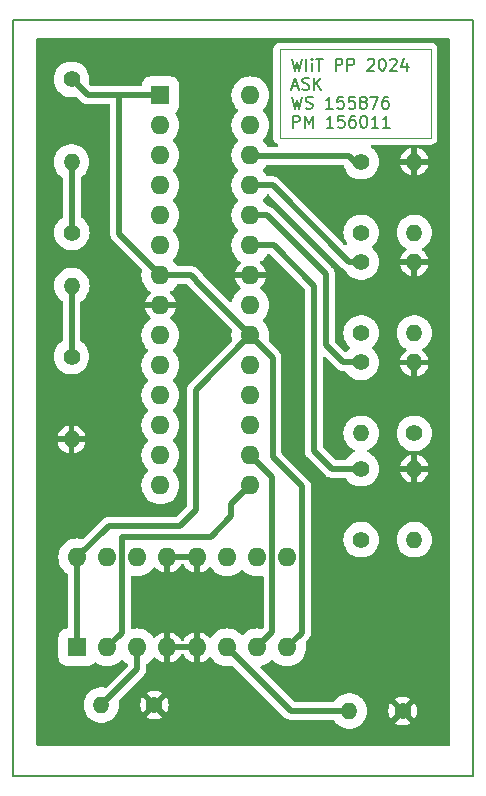
<source format=gbr>
%TF.GenerationSoftware,KiCad,Pcbnew,8.0.2*%
%TF.CreationDate,2024-05-11T22:57:43+02:00*%
%TF.ProjectId,ROBOGT,524f424f-4754-42e6-9b69-6361645f7063,rev?*%
%TF.SameCoordinates,Original*%
%TF.FileFunction,Copper,L1,Top*%
%TF.FilePolarity,Positive*%
%FSLAX46Y46*%
G04 Gerber Fmt 4.6, Leading zero omitted, Abs format (unit mm)*
G04 Created by KiCad (PCBNEW 8.0.2) date 2024-05-11 22:57:43*
%MOMM*%
%LPD*%
G01*
G04 APERTURE LIST*
%TA.AperFunction,NonConductor*%
%ADD10C,0.200000*%
%TD*%
%ADD11C,0.150000*%
%TA.AperFunction,NonConductor*%
%ADD12C,0.150000*%
%TD*%
%TA.AperFunction,NonConductor*%
%ADD13C,0.100000*%
%TD*%
%TA.AperFunction,ComponentPad*%
%ADD14C,1.400000*%
%TD*%
%TA.AperFunction,ComponentPad*%
%ADD15O,1.400000X1.400000*%
%TD*%
%TA.AperFunction,ComponentPad*%
%ADD16R,1.600000X1.600000*%
%TD*%
%TA.AperFunction,ComponentPad*%
%ADD17O,1.600000X1.600000*%
%TD*%
%TA.AperFunction,Conductor*%
%ADD18C,0.500000*%
%TD*%
%TA.AperFunction,Conductor*%
%ADD19C,0.200000*%
%TD*%
G04 APERTURE END LIST*
D10*
X275000000Y-144500000D02*
X275000000Y-80500000D01*
X275000000Y-80500000D02*
X236000000Y-80500000D01*
X236000000Y-80500000D02*
X236000000Y-144500000D01*
X236000000Y-144500000D02*
X275000000Y-144500000D01*
D11*
D12*
X259616541Y-83789819D02*
X259854636Y-84789819D01*
X259854636Y-84789819D02*
X260045112Y-84075533D01*
X260045112Y-84075533D02*
X260235588Y-84789819D01*
X260235588Y-84789819D02*
X260473684Y-83789819D01*
X260854636Y-84789819D02*
X260854636Y-83789819D01*
X261330826Y-84789819D02*
X261330826Y-84123152D01*
X261330826Y-83789819D02*
X261283207Y-83837438D01*
X261283207Y-83837438D02*
X261330826Y-83885057D01*
X261330826Y-83885057D02*
X261378445Y-83837438D01*
X261378445Y-83837438D02*
X261330826Y-83789819D01*
X261330826Y-83789819D02*
X261330826Y-83885057D01*
X261664159Y-83789819D02*
X262235587Y-83789819D01*
X261949873Y-84789819D02*
X261949873Y-83789819D01*
X263330826Y-84789819D02*
X263330826Y-83789819D01*
X263330826Y-83789819D02*
X263711778Y-83789819D01*
X263711778Y-83789819D02*
X263807016Y-83837438D01*
X263807016Y-83837438D02*
X263854635Y-83885057D01*
X263854635Y-83885057D02*
X263902254Y-83980295D01*
X263902254Y-83980295D02*
X263902254Y-84123152D01*
X263902254Y-84123152D02*
X263854635Y-84218390D01*
X263854635Y-84218390D02*
X263807016Y-84266009D01*
X263807016Y-84266009D02*
X263711778Y-84313628D01*
X263711778Y-84313628D02*
X263330826Y-84313628D01*
X264330826Y-84789819D02*
X264330826Y-83789819D01*
X264330826Y-83789819D02*
X264711778Y-83789819D01*
X264711778Y-83789819D02*
X264807016Y-83837438D01*
X264807016Y-83837438D02*
X264854635Y-83885057D01*
X264854635Y-83885057D02*
X264902254Y-83980295D01*
X264902254Y-83980295D02*
X264902254Y-84123152D01*
X264902254Y-84123152D02*
X264854635Y-84218390D01*
X264854635Y-84218390D02*
X264807016Y-84266009D01*
X264807016Y-84266009D02*
X264711778Y-84313628D01*
X264711778Y-84313628D02*
X264330826Y-84313628D01*
X266045112Y-83885057D02*
X266092731Y-83837438D01*
X266092731Y-83837438D02*
X266187969Y-83789819D01*
X266187969Y-83789819D02*
X266426064Y-83789819D01*
X266426064Y-83789819D02*
X266521302Y-83837438D01*
X266521302Y-83837438D02*
X266568921Y-83885057D01*
X266568921Y-83885057D02*
X266616540Y-83980295D01*
X266616540Y-83980295D02*
X266616540Y-84075533D01*
X266616540Y-84075533D02*
X266568921Y-84218390D01*
X266568921Y-84218390D02*
X265997493Y-84789819D01*
X265997493Y-84789819D02*
X266616540Y-84789819D01*
X267235588Y-83789819D02*
X267330826Y-83789819D01*
X267330826Y-83789819D02*
X267426064Y-83837438D01*
X267426064Y-83837438D02*
X267473683Y-83885057D01*
X267473683Y-83885057D02*
X267521302Y-83980295D01*
X267521302Y-83980295D02*
X267568921Y-84170771D01*
X267568921Y-84170771D02*
X267568921Y-84408866D01*
X267568921Y-84408866D02*
X267521302Y-84599342D01*
X267521302Y-84599342D02*
X267473683Y-84694580D01*
X267473683Y-84694580D02*
X267426064Y-84742200D01*
X267426064Y-84742200D02*
X267330826Y-84789819D01*
X267330826Y-84789819D02*
X267235588Y-84789819D01*
X267235588Y-84789819D02*
X267140350Y-84742200D01*
X267140350Y-84742200D02*
X267092731Y-84694580D01*
X267092731Y-84694580D02*
X267045112Y-84599342D01*
X267045112Y-84599342D02*
X266997493Y-84408866D01*
X266997493Y-84408866D02*
X266997493Y-84170771D01*
X266997493Y-84170771D02*
X267045112Y-83980295D01*
X267045112Y-83980295D02*
X267092731Y-83885057D01*
X267092731Y-83885057D02*
X267140350Y-83837438D01*
X267140350Y-83837438D02*
X267235588Y-83789819D01*
X267949874Y-83885057D02*
X267997493Y-83837438D01*
X267997493Y-83837438D02*
X268092731Y-83789819D01*
X268092731Y-83789819D02*
X268330826Y-83789819D01*
X268330826Y-83789819D02*
X268426064Y-83837438D01*
X268426064Y-83837438D02*
X268473683Y-83885057D01*
X268473683Y-83885057D02*
X268521302Y-83980295D01*
X268521302Y-83980295D02*
X268521302Y-84075533D01*
X268521302Y-84075533D02*
X268473683Y-84218390D01*
X268473683Y-84218390D02*
X267902255Y-84789819D01*
X267902255Y-84789819D02*
X268521302Y-84789819D01*
X269378445Y-84123152D02*
X269378445Y-84789819D01*
X269140350Y-83742200D02*
X268902255Y-84456485D01*
X268902255Y-84456485D02*
X269521302Y-84456485D01*
X259664160Y-86114048D02*
X260140350Y-86114048D01*
X259568922Y-86399763D02*
X259902255Y-85399763D01*
X259902255Y-85399763D02*
X260235588Y-86399763D01*
X260521303Y-86352144D02*
X260664160Y-86399763D01*
X260664160Y-86399763D02*
X260902255Y-86399763D01*
X260902255Y-86399763D02*
X260997493Y-86352144D01*
X260997493Y-86352144D02*
X261045112Y-86304524D01*
X261045112Y-86304524D02*
X261092731Y-86209286D01*
X261092731Y-86209286D02*
X261092731Y-86114048D01*
X261092731Y-86114048D02*
X261045112Y-86018810D01*
X261045112Y-86018810D02*
X260997493Y-85971191D01*
X260997493Y-85971191D02*
X260902255Y-85923572D01*
X260902255Y-85923572D02*
X260711779Y-85875953D01*
X260711779Y-85875953D02*
X260616541Y-85828334D01*
X260616541Y-85828334D02*
X260568922Y-85780715D01*
X260568922Y-85780715D02*
X260521303Y-85685477D01*
X260521303Y-85685477D02*
X260521303Y-85590239D01*
X260521303Y-85590239D02*
X260568922Y-85495001D01*
X260568922Y-85495001D02*
X260616541Y-85447382D01*
X260616541Y-85447382D02*
X260711779Y-85399763D01*
X260711779Y-85399763D02*
X260949874Y-85399763D01*
X260949874Y-85399763D02*
X261092731Y-85447382D01*
X261521303Y-86399763D02*
X261521303Y-85399763D01*
X262092731Y-86399763D02*
X261664160Y-85828334D01*
X262092731Y-85399763D02*
X261521303Y-85971191D01*
X259616541Y-87009707D02*
X259854636Y-88009707D01*
X259854636Y-88009707D02*
X260045112Y-87295421D01*
X260045112Y-87295421D02*
X260235588Y-88009707D01*
X260235588Y-88009707D02*
X260473684Y-87009707D01*
X260807017Y-87962088D02*
X260949874Y-88009707D01*
X260949874Y-88009707D02*
X261187969Y-88009707D01*
X261187969Y-88009707D02*
X261283207Y-87962088D01*
X261283207Y-87962088D02*
X261330826Y-87914468D01*
X261330826Y-87914468D02*
X261378445Y-87819230D01*
X261378445Y-87819230D02*
X261378445Y-87723992D01*
X261378445Y-87723992D02*
X261330826Y-87628754D01*
X261330826Y-87628754D02*
X261283207Y-87581135D01*
X261283207Y-87581135D02*
X261187969Y-87533516D01*
X261187969Y-87533516D02*
X260997493Y-87485897D01*
X260997493Y-87485897D02*
X260902255Y-87438278D01*
X260902255Y-87438278D02*
X260854636Y-87390659D01*
X260854636Y-87390659D02*
X260807017Y-87295421D01*
X260807017Y-87295421D02*
X260807017Y-87200183D01*
X260807017Y-87200183D02*
X260854636Y-87104945D01*
X260854636Y-87104945D02*
X260902255Y-87057326D01*
X260902255Y-87057326D02*
X260997493Y-87009707D01*
X260997493Y-87009707D02*
X261235588Y-87009707D01*
X261235588Y-87009707D02*
X261378445Y-87057326D01*
X263092731Y-88009707D02*
X262521303Y-88009707D01*
X262807017Y-88009707D02*
X262807017Y-87009707D01*
X262807017Y-87009707D02*
X262711779Y-87152564D01*
X262711779Y-87152564D02*
X262616541Y-87247802D01*
X262616541Y-87247802D02*
X262521303Y-87295421D01*
X263997493Y-87009707D02*
X263521303Y-87009707D01*
X263521303Y-87009707D02*
X263473684Y-87485897D01*
X263473684Y-87485897D02*
X263521303Y-87438278D01*
X263521303Y-87438278D02*
X263616541Y-87390659D01*
X263616541Y-87390659D02*
X263854636Y-87390659D01*
X263854636Y-87390659D02*
X263949874Y-87438278D01*
X263949874Y-87438278D02*
X263997493Y-87485897D01*
X263997493Y-87485897D02*
X264045112Y-87581135D01*
X264045112Y-87581135D02*
X264045112Y-87819230D01*
X264045112Y-87819230D02*
X263997493Y-87914468D01*
X263997493Y-87914468D02*
X263949874Y-87962088D01*
X263949874Y-87962088D02*
X263854636Y-88009707D01*
X263854636Y-88009707D02*
X263616541Y-88009707D01*
X263616541Y-88009707D02*
X263521303Y-87962088D01*
X263521303Y-87962088D02*
X263473684Y-87914468D01*
X264949874Y-87009707D02*
X264473684Y-87009707D01*
X264473684Y-87009707D02*
X264426065Y-87485897D01*
X264426065Y-87485897D02*
X264473684Y-87438278D01*
X264473684Y-87438278D02*
X264568922Y-87390659D01*
X264568922Y-87390659D02*
X264807017Y-87390659D01*
X264807017Y-87390659D02*
X264902255Y-87438278D01*
X264902255Y-87438278D02*
X264949874Y-87485897D01*
X264949874Y-87485897D02*
X264997493Y-87581135D01*
X264997493Y-87581135D02*
X264997493Y-87819230D01*
X264997493Y-87819230D02*
X264949874Y-87914468D01*
X264949874Y-87914468D02*
X264902255Y-87962088D01*
X264902255Y-87962088D02*
X264807017Y-88009707D01*
X264807017Y-88009707D02*
X264568922Y-88009707D01*
X264568922Y-88009707D02*
X264473684Y-87962088D01*
X264473684Y-87962088D02*
X264426065Y-87914468D01*
X265568922Y-87438278D02*
X265473684Y-87390659D01*
X265473684Y-87390659D02*
X265426065Y-87343040D01*
X265426065Y-87343040D02*
X265378446Y-87247802D01*
X265378446Y-87247802D02*
X265378446Y-87200183D01*
X265378446Y-87200183D02*
X265426065Y-87104945D01*
X265426065Y-87104945D02*
X265473684Y-87057326D01*
X265473684Y-87057326D02*
X265568922Y-87009707D01*
X265568922Y-87009707D02*
X265759398Y-87009707D01*
X265759398Y-87009707D02*
X265854636Y-87057326D01*
X265854636Y-87057326D02*
X265902255Y-87104945D01*
X265902255Y-87104945D02*
X265949874Y-87200183D01*
X265949874Y-87200183D02*
X265949874Y-87247802D01*
X265949874Y-87247802D02*
X265902255Y-87343040D01*
X265902255Y-87343040D02*
X265854636Y-87390659D01*
X265854636Y-87390659D02*
X265759398Y-87438278D01*
X265759398Y-87438278D02*
X265568922Y-87438278D01*
X265568922Y-87438278D02*
X265473684Y-87485897D01*
X265473684Y-87485897D02*
X265426065Y-87533516D01*
X265426065Y-87533516D02*
X265378446Y-87628754D01*
X265378446Y-87628754D02*
X265378446Y-87819230D01*
X265378446Y-87819230D02*
X265426065Y-87914468D01*
X265426065Y-87914468D02*
X265473684Y-87962088D01*
X265473684Y-87962088D02*
X265568922Y-88009707D01*
X265568922Y-88009707D02*
X265759398Y-88009707D01*
X265759398Y-88009707D02*
X265854636Y-87962088D01*
X265854636Y-87962088D02*
X265902255Y-87914468D01*
X265902255Y-87914468D02*
X265949874Y-87819230D01*
X265949874Y-87819230D02*
X265949874Y-87628754D01*
X265949874Y-87628754D02*
X265902255Y-87533516D01*
X265902255Y-87533516D02*
X265854636Y-87485897D01*
X265854636Y-87485897D02*
X265759398Y-87438278D01*
X266283208Y-87009707D02*
X266949874Y-87009707D01*
X266949874Y-87009707D02*
X266521303Y-88009707D01*
X267759398Y-87009707D02*
X267568922Y-87009707D01*
X267568922Y-87009707D02*
X267473684Y-87057326D01*
X267473684Y-87057326D02*
X267426065Y-87104945D01*
X267426065Y-87104945D02*
X267330827Y-87247802D01*
X267330827Y-87247802D02*
X267283208Y-87438278D01*
X267283208Y-87438278D02*
X267283208Y-87819230D01*
X267283208Y-87819230D02*
X267330827Y-87914468D01*
X267330827Y-87914468D02*
X267378446Y-87962088D01*
X267378446Y-87962088D02*
X267473684Y-88009707D01*
X267473684Y-88009707D02*
X267664160Y-88009707D01*
X267664160Y-88009707D02*
X267759398Y-87962088D01*
X267759398Y-87962088D02*
X267807017Y-87914468D01*
X267807017Y-87914468D02*
X267854636Y-87819230D01*
X267854636Y-87819230D02*
X267854636Y-87581135D01*
X267854636Y-87581135D02*
X267807017Y-87485897D01*
X267807017Y-87485897D02*
X267759398Y-87438278D01*
X267759398Y-87438278D02*
X267664160Y-87390659D01*
X267664160Y-87390659D02*
X267473684Y-87390659D01*
X267473684Y-87390659D02*
X267378446Y-87438278D01*
X267378446Y-87438278D02*
X267330827Y-87485897D01*
X267330827Y-87485897D02*
X267283208Y-87581135D01*
X259711779Y-89619651D02*
X259711779Y-88619651D01*
X259711779Y-88619651D02*
X260092731Y-88619651D01*
X260092731Y-88619651D02*
X260187969Y-88667270D01*
X260187969Y-88667270D02*
X260235588Y-88714889D01*
X260235588Y-88714889D02*
X260283207Y-88810127D01*
X260283207Y-88810127D02*
X260283207Y-88952984D01*
X260283207Y-88952984D02*
X260235588Y-89048222D01*
X260235588Y-89048222D02*
X260187969Y-89095841D01*
X260187969Y-89095841D02*
X260092731Y-89143460D01*
X260092731Y-89143460D02*
X259711779Y-89143460D01*
X260711779Y-89619651D02*
X260711779Y-88619651D01*
X260711779Y-88619651D02*
X261045112Y-89333936D01*
X261045112Y-89333936D02*
X261378445Y-88619651D01*
X261378445Y-88619651D02*
X261378445Y-89619651D01*
X263140350Y-89619651D02*
X262568922Y-89619651D01*
X262854636Y-89619651D02*
X262854636Y-88619651D01*
X262854636Y-88619651D02*
X262759398Y-88762508D01*
X262759398Y-88762508D02*
X262664160Y-88857746D01*
X262664160Y-88857746D02*
X262568922Y-88905365D01*
X264045112Y-88619651D02*
X263568922Y-88619651D01*
X263568922Y-88619651D02*
X263521303Y-89095841D01*
X263521303Y-89095841D02*
X263568922Y-89048222D01*
X263568922Y-89048222D02*
X263664160Y-89000603D01*
X263664160Y-89000603D02*
X263902255Y-89000603D01*
X263902255Y-89000603D02*
X263997493Y-89048222D01*
X263997493Y-89048222D02*
X264045112Y-89095841D01*
X264045112Y-89095841D02*
X264092731Y-89191079D01*
X264092731Y-89191079D02*
X264092731Y-89429174D01*
X264092731Y-89429174D02*
X264045112Y-89524412D01*
X264045112Y-89524412D02*
X263997493Y-89572032D01*
X263997493Y-89572032D02*
X263902255Y-89619651D01*
X263902255Y-89619651D02*
X263664160Y-89619651D01*
X263664160Y-89619651D02*
X263568922Y-89572032D01*
X263568922Y-89572032D02*
X263521303Y-89524412D01*
X264949874Y-88619651D02*
X264759398Y-88619651D01*
X264759398Y-88619651D02*
X264664160Y-88667270D01*
X264664160Y-88667270D02*
X264616541Y-88714889D01*
X264616541Y-88714889D02*
X264521303Y-88857746D01*
X264521303Y-88857746D02*
X264473684Y-89048222D01*
X264473684Y-89048222D02*
X264473684Y-89429174D01*
X264473684Y-89429174D02*
X264521303Y-89524412D01*
X264521303Y-89524412D02*
X264568922Y-89572032D01*
X264568922Y-89572032D02*
X264664160Y-89619651D01*
X264664160Y-89619651D02*
X264854636Y-89619651D01*
X264854636Y-89619651D02*
X264949874Y-89572032D01*
X264949874Y-89572032D02*
X264997493Y-89524412D01*
X264997493Y-89524412D02*
X265045112Y-89429174D01*
X265045112Y-89429174D02*
X265045112Y-89191079D01*
X265045112Y-89191079D02*
X264997493Y-89095841D01*
X264997493Y-89095841D02*
X264949874Y-89048222D01*
X264949874Y-89048222D02*
X264854636Y-89000603D01*
X264854636Y-89000603D02*
X264664160Y-89000603D01*
X264664160Y-89000603D02*
X264568922Y-89048222D01*
X264568922Y-89048222D02*
X264521303Y-89095841D01*
X264521303Y-89095841D02*
X264473684Y-89191079D01*
X265664160Y-88619651D02*
X265759398Y-88619651D01*
X265759398Y-88619651D02*
X265854636Y-88667270D01*
X265854636Y-88667270D02*
X265902255Y-88714889D01*
X265902255Y-88714889D02*
X265949874Y-88810127D01*
X265949874Y-88810127D02*
X265997493Y-89000603D01*
X265997493Y-89000603D02*
X265997493Y-89238698D01*
X265997493Y-89238698D02*
X265949874Y-89429174D01*
X265949874Y-89429174D02*
X265902255Y-89524412D01*
X265902255Y-89524412D02*
X265854636Y-89572032D01*
X265854636Y-89572032D02*
X265759398Y-89619651D01*
X265759398Y-89619651D02*
X265664160Y-89619651D01*
X265664160Y-89619651D02*
X265568922Y-89572032D01*
X265568922Y-89572032D02*
X265521303Y-89524412D01*
X265521303Y-89524412D02*
X265473684Y-89429174D01*
X265473684Y-89429174D02*
X265426065Y-89238698D01*
X265426065Y-89238698D02*
X265426065Y-89000603D01*
X265426065Y-89000603D02*
X265473684Y-88810127D01*
X265473684Y-88810127D02*
X265521303Y-88714889D01*
X265521303Y-88714889D02*
X265568922Y-88667270D01*
X265568922Y-88667270D02*
X265664160Y-88619651D01*
X266949874Y-89619651D02*
X266378446Y-89619651D01*
X266664160Y-89619651D02*
X266664160Y-88619651D01*
X266664160Y-88619651D02*
X266568922Y-88762508D01*
X266568922Y-88762508D02*
X266473684Y-88857746D01*
X266473684Y-88857746D02*
X266378446Y-88905365D01*
X267902255Y-89619651D02*
X267330827Y-89619651D01*
X267616541Y-89619651D02*
X267616541Y-88619651D01*
X267616541Y-88619651D02*
X267521303Y-88762508D01*
X267521303Y-88762508D02*
X267426065Y-88857746D01*
X267426065Y-88857746D02*
X267330827Y-88905365D01*
D13*
X258625000Y-83000000D02*
X271375000Y-83000000D01*
X271375000Y-90500000D01*
X258625000Y-90500000D01*
X258625000Y-83000000D01*
D14*
%TO.P,J7,1,Pin_1*%
%TO.N,N/C*%
X265500000Y-124500000D03*
D15*
%TO.P,J7,2,Pin_2*%
X270000000Y-124500000D03*
%TD*%
D14*
%TO.P,J7,1,Pin_1*%
%TO.N,N/C*%
X270000000Y-115500000D03*
D15*
%TO.P,J7,2,Pin_2*%
X265500000Y-115500000D03*
%TD*%
D14*
%TO.P,J4,1,Pin_1*%
%TO.N,Earth*%
X269000000Y-139000000D03*
D15*
%TO.P,J4,2,Pin_2*%
%TO.N,Net-(J4-Pin_2)*%
X264500000Y-139000000D03*
%TD*%
D14*
%TO.P,J3,1,Pin_1*%
%TO.N,Earth*%
X248000000Y-138500000D03*
D15*
%TO.P,J3,2,Pin_2*%
%TO.N,Net-(J3-Pin_2)*%
X243500000Y-138500000D03*
%TD*%
D14*
%TO.P,J7,1,Pin_1*%
%TO.N,N/C*%
X265500000Y-107000000D03*
D15*
%TO.P,J7,2,Pin_2*%
X270000000Y-107000000D03*
%TD*%
D14*
%TO.P,J7,1,Pin_1*%
%TO.N,N/C*%
X265500000Y-98500000D03*
D15*
%TO.P,J7,2,Pin_2*%
X270000000Y-98500000D03*
%TD*%
D14*
%TO.P,R1,1*%
%TO.N,-6V*%
X240975000Y-85525000D03*
D15*
%TO.P,R1,2*%
%TO.N,Net-(J2-Pin_1)*%
X240975000Y-92525000D03*
%TD*%
D14*
%TO.P,J6,1,Pin_1*%
%TO.N,Net-(J6-Pin_1)*%
X265500000Y-101000000D03*
D15*
%TO.P,J6,2,Pin_2*%
%TO.N,Earth*%
X270000000Y-101000000D03*
%TD*%
D14*
%TO.P,R2,1*%
%TO.N,Net-(J2-Pin_2)*%
X240975000Y-109000000D03*
D15*
%TO.P,R2,2*%
%TO.N,Earth*%
X240975000Y-116000000D03*
%TD*%
D14*
%TO.P,J7,1,Pin_1*%
%TO.N,Net-(J7-Pin_1)*%
X265500000Y-92500000D03*
D15*
%TO.P,J7,2,Pin_2*%
%TO.N,Earth*%
X270000000Y-92500000D03*
%TD*%
D16*
%TO.P,U1,1,EN1\u002C2*%
%TO.N,-6V*%
X241460000Y-133620000D03*
D17*
%TO.P,U1,2,1A*%
%TO.N,Net-(U1-1A)*%
X244000000Y-133620000D03*
%TO.P,U1,3,1Y*%
%TO.N,Net-(J3-Pin_2)*%
X246540000Y-133620000D03*
%TO.P,U1,4,GND*%
%TO.N,Earth*%
X249080000Y-133620000D03*
%TO.P,U1,5,GND*%
X251620000Y-133620000D03*
%TO.P,U1,6,2Y*%
%TO.N,Net-(J4-Pin_2)*%
X254160000Y-133620000D03*
%TO.P,U1,7,2A*%
%TO.N,Net-(U1-2A)*%
X256700000Y-133620000D03*
%TO.P,U1,8,VCC2*%
%TO.N,-6V*%
X259240000Y-133620000D03*
%TO.P,U1,9,EN3\u002C4*%
%TO.N,unconnected-(U1-EN3\u002C4-Pad9)*%
X259240000Y-126000000D03*
%TO.P,U1,10,3A*%
%TO.N,unconnected-(U1-3A-Pad10)*%
X256700000Y-126000000D03*
%TO.P,U1,11,3Y*%
%TO.N,unconnected-(U1-3Y-Pad11)*%
X254160000Y-126000000D03*
%TO.P,U1,12,GND*%
%TO.N,Earth*%
X251620000Y-126000000D03*
%TO.P,U1,13,GND*%
X249080000Y-126000000D03*
%TO.P,U1,14,4Y*%
%TO.N,unconnected-(U1-4Y-Pad14)*%
X246540000Y-126000000D03*
%TO.P,U1,15,4A*%
%TO.N,unconnected-(U1-4A-Pad15)*%
X244000000Y-126000000D03*
%TO.P,U1,16,VCC1*%
%TO.N,-6V*%
X241460000Y-126000000D03*
%TD*%
D14*
%TO.P,J1,1,Pin_1*%
%TO.N,Net-(J1-Pin_1)*%
X265500000Y-118500000D03*
D15*
%TO.P,J1,2,Pin_2*%
%TO.N,Earth*%
X270000000Y-118500000D03*
%TD*%
D16*
%TO.P,U2,1,~{RESET}/PC6*%
%TO.N,-6V*%
X248500000Y-86880000D03*
D17*
%TO.P,U2,2,PD0*%
%TO.N,unconnected-(U2-PD0-Pad2)*%
X248500000Y-89420000D03*
%TO.P,U2,3,PD1*%
%TO.N,unconnected-(U2-PD1-Pad3)*%
X248500000Y-91960000D03*
%TO.P,U2,4,PD2*%
%TO.N,unconnected-(U2-PD2-Pad4)*%
X248500000Y-94500000D03*
%TO.P,U2,5,PD3*%
%TO.N,unconnected-(U2-PD3-Pad5)*%
X248500000Y-97040000D03*
%TO.P,U2,6,PD4*%
%TO.N,unconnected-(U2-PD4-Pad6)*%
X248500000Y-99580000D03*
%TO.P,U2,7,VCC*%
%TO.N,-6V*%
X248500000Y-102120000D03*
%TO.P,U2,8,GND*%
%TO.N,Earth*%
X248500000Y-104660000D03*
%TO.P,U2,9,XTAL1/PB6*%
%TO.N,unconnected-(U2-XTAL1{slash}PB6-Pad9)*%
X248500000Y-107200000D03*
%TO.P,U2,10,XTAL2/PB7*%
%TO.N,unconnected-(U2-XTAL2{slash}PB7-Pad10)*%
X248500000Y-109740000D03*
%TO.P,U2,11,PD5*%
%TO.N,unconnected-(U2-PD5-Pad11)*%
X248500000Y-112280000D03*
%TO.P,U2,12,PD6*%
%TO.N,unconnected-(U2-PD6-Pad12)*%
X248500000Y-114820000D03*
%TO.P,U2,13,PD7*%
%TO.N,unconnected-(U2-PD7-Pad13)*%
X248500000Y-117360000D03*
%TO.P,U2,14,PB0*%
%TO.N,unconnected-(U2-PB0-Pad14)*%
X248500000Y-119900000D03*
%TO.P,U2,15,PB1*%
%TO.N,Net-(U1-1A)*%
X256120000Y-119900000D03*
%TO.P,U2,16,PB2*%
%TO.N,Net-(U1-2A)*%
X256120000Y-117360000D03*
%TO.P,U2,17,PB3*%
%TO.N,unconnected-(U2-PB3-Pad17)*%
X256120000Y-114820000D03*
%TO.P,U2,18,PB4*%
%TO.N,unconnected-(U2-PB4-Pad18)*%
X256120000Y-112280000D03*
%TO.P,U2,19,PB5*%
%TO.N,unconnected-(U2-PB5-Pad19)*%
X256120000Y-109740000D03*
%TO.P,U2,20,AVCC*%
%TO.N,-6V*%
X256120000Y-107200000D03*
%TO.P,U2,21,AREF*%
%TO.N,unconnected-(U2-AREF-Pad21)*%
X256120000Y-104660000D03*
%TO.P,U2,22,GND*%
%TO.N,Earth*%
X256120000Y-102120000D03*
%TO.P,U2,23,PC0*%
%TO.N,Net-(J1-Pin_1)*%
X256120000Y-99580000D03*
%TO.P,U2,24,PC1*%
%TO.N,Net-(J5-Pin_1)*%
X256120000Y-97040000D03*
%TO.P,U2,25,PC2*%
%TO.N,Net-(J6-Pin_1)*%
X256120000Y-94500000D03*
%TO.P,U2,26,PC3*%
%TO.N,Net-(J7-Pin_1)*%
X256120000Y-91960000D03*
%TO.P,U2,27,PC4*%
%TO.N,unconnected-(U2-PC4-Pad27)*%
X256120000Y-89420000D03*
%TO.P,U2,28,PC5*%
%TO.N,unconnected-(U2-PC5-Pad28)*%
X256120000Y-86880000D03*
%TD*%
D14*
%TO.P,J5,1,Pin_1*%
%TO.N,Net-(J5-Pin_1)*%
X265500000Y-109500000D03*
D15*
%TO.P,J5,2,Pin_2*%
%TO.N,Earth*%
X270000000Y-109500000D03*
%TD*%
D14*
%TO.P,J2,1,Pin_1*%
%TO.N,Net-(J2-Pin_1)*%
X241000000Y-98500000D03*
D15*
%TO.P,J2,2,Pin_2*%
%TO.N,Net-(J2-Pin_2)*%
X241000000Y-103000000D03*
%TD*%
D18*
%TO.N,Net-(U1-2A)*%
X257990000Y-119230000D02*
X256120000Y-117360000D01*
X256700000Y-133620000D02*
X257990000Y-132330000D01*
X257990000Y-132330000D02*
X257990000Y-119230000D01*
%TO.N,Net-(J7-Pin_1)*%
X265000000Y-92500000D02*
X264500000Y-92000000D01*
X265500000Y-92500000D02*
X265000000Y-92500000D01*
%TO.N,Net-(J3-Pin_2)*%
X246540000Y-135460000D02*
X243500000Y-138500000D01*
X246540000Y-133620000D02*
X246540000Y-135460000D01*
%TO.N,Net-(J2-Pin_1)*%
X241000000Y-92550000D02*
X240975000Y-92525000D01*
X241000000Y-98500000D02*
X241000000Y-92550000D01*
%TO.N,Net-(J2-Pin_2)*%
X240975000Y-103525000D02*
X240975000Y-109000000D01*
X241000000Y-103500000D02*
X240975000Y-103525000D01*
X241000000Y-103000000D02*
X241000000Y-103500000D01*
%TO.N,-6V*%
X251500000Y-122000000D02*
X251500000Y-111820000D01*
X250180000Y-123320000D02*
X251500000Y-122000000D01*
X244140000Y-123320000D02*
X250180000Y-123320000D01*
X251500000Y-111820000D02*
X256120000Y-107200000D01*
X241460000Y-126000000D02*
X244140000Y-123320000D01*
%TO.N,Net-(J4-Pin_2)*%
X259540000Y-139000000D02*
X264500000Y-139000000D01*
X254160000Y-133620000D02*
X259540000Y-139000000D01*
%TO.N,Net-(U1-1A)*%
X245250000Y-124250000D02*
X252750000Y-124250000D01*
X252750000Y-124250000D02*
X254500000Y-122500000D01*
X245250000Y-132370000D02*
X245250000Y-124250000D01*
X244000000Y-133620000D02*
X245250000Y-132370000D01*
%TO.N,Net-(J1-Pin_1)*%
X261500000Y-117000000D02*
X261500000Y-103000000D01*
%TO.N,Net-(J5-Pin_1)*%
X262500000Y-102000000D02*
X257540000Y-97040000D01*
X262500000Y-108000000D02*
X262500000Y-102000000D01*
X264000000Y-109500000D02*
X262500000Y-108000000D01*
X265500000Y-109500000D02*
X264000000Y-109500000D01*
%TO.N,Net-(J6-Pin_1)*%
X264500000Y-101000000D02*
X258000000Y-94500000D01*
X265500000Y-101000000D02*
X264500000Y-101000000D01*
X258000000Y-94500000D02*
X256120000Y-94500000D01*
%TO.N,Net-(J7-Pin_1)*%
X256160000Y-92000000D02*
X256120000Y-91960000D01*
X264500000Y-92000000D02*
X256160000Y-92000000D01*
%TO.N,Net-(J1-Pin_1)*%
X261500000Y-103000000D02*
X258080000Y-99580000D01*
X258080000Y-99580000D02*
X256120000Y-99580000D01*
X263000000Y-118500000D02*
X261500000Y-117000000D01*
X265500000Y-118500000D02*
X263000000Y-118500000D01*
D19*
X256120000Y-99620000D02*
X256120000Y-99580000D01*
D18*
%TO.N,-6V*%
X240975000Y-85525000D02*
X242330000Y-86880000D01*
X258000000Y-117500000D02*
X258000000Y-109080000D01*
X256120000Y-107200000D02*
X251500000Y-102580000D01*
X245000000Y-86880000D02*
X248500000Y-86880000D01*
X259240000Y-133620000D02*
X260490000Y-132370000D01*
X251120000Y-102120000D02*
X248500000Y-102120000D01*
X242330000Y-86880000D02*
X245000000Y-86880000D01*
X245000000Y-86880000D02*
X245000000Y-98620000D01*
X260490000Y-119990000D02*
X258000000Y-117500000D01*
D19*
X248620000Y-102000000D02*
X248500000Y-102120000D01*
D18*
X241460000Y-133620000D02*
X241460000Y-126000000D01*
X260490000Y-132370000D02*
X260490000Y-119990000D01*
X258000000Y-109080000D02*
X256120000Y-107200000D01*
X245000000Y-98620000D02*
X248500000Y-102120000D01*
X251500000Y-102580000D02*
X251500000Y-102500000D01*
X251500000Y-102500000D02*
X251120000Y-102120000D01*
%TO.N,Net-(J5-Pin_1)*%
X257540000Y-97040000D02*
X256120000Y-97040000D01*
%TO.N,Net-(U1-1A)*%
X254500000Y-121520000D02*
X256120000Y-119900000D01*
X254500000Y-122500000D02*
X254500000Y-121520000D01*
%TD*%
%TA.AperFunction,Conductor*%
%TO.N,Earth*%
G36*
X251299920Y-133374394D02*
G01*
X251247259Y-133465606D01*
X251220000Y-133567339D01*
X251220000Y-133672661D01*
X251247259Y-133774394D01*
X251299920Y-133865606D01*
X251304314Y-133870000D01*
X249395686Y-133870000D01*
X249400080Y-133865606D01*
X249452741Y-133774394D01*
X249480000Y-133672661D01*
X249480000Y-133567339D01*
X249452741Y-133465606D01*
X249400080Y-133374394D01*
X249395686Y-133370000D01*
X251304314Y-133370000D01*
X251299920Y-133374394D01*
G37*
%TD.AperFunction*%
%TA.AperFunction,Conductor*%
G36*
X251870000Y-127278872D02*
G01*
X252066317Y-127226269D01*
X252066326Y-127226265D01*
X252272482Y-127130134D01*
X252458820Y-126999657D01*
X252618343Y-126840135D01*
X252679666Y-126806650D01*
X252749358Y-126811634D01*
X252805291Y-126853506D01*
X252811751Y-126863026D01*
X252861160Y-126943653D01*
X252861161Y-126943656D01*
X252861164Y-126943659D01*
X253024776Y-127135224D01*
X253131376Y-127226269D01*
X253216343Y-127298838D01*
X253216346Y-127298839D01*
X253431140Y-127430466D01*
X253566774Y-127486647D01*
X253663889Y-127526873D01*
X253908852Y-127585683D01*
X254160000Y-127605449D01*
X254411148Y-127585683D01*
X254656111Y-127526873D01*
X254888859Y-127430466D01*
X255103659Y-127298836D01*
X255295224Y-127135224D01*
X255335710Y-127087819D01*
X255394216Y-127049627D01*
X255464084Y-127049128D01*
X255523130Y-127086482D01*
X255524235Y-127087756D01*
X255560429Y-127130134D01*
X255564776Y-127135224D01*
X255756343Y-127298838D01*
X255756346Y-127298839D01*
X255971140Y-127430466D01*
X256106774Y-127486647D01*
X256203889Y-127526873D01*
X256448852Y-127585683D01*
X256700000Y-127605449D01*
X256951148Y-127585683D01*
X257086557Y-127553174D01*
X257156335Y-127556665D01*
X257213152Y-127597328D01*
X257238966Y-127662254D01*
X257239500Y-127673748D01*
X257239500Y-131946250D01*
X257219815Y-132013289D01*
X257167011Y-132059044D01*
X257097853Y-132068988D01*
X257086554Y-132066824D01*
X256951154Y-132034318D01*
X256951149Y-132034317D01*
X256951148Y-132034317D01*
X256700000Y-132014551D01*
X256448848Y-132034317D01*
X256203889Y-132093126D01*
X255971140Y-132189533D01*
X255756346Y-132321160D01*
X255756343Y-132321161D01*
X255564776Y-132484776D01*
X255524290Y-132532179D01*
X255465783Y-132570372D01*
X255395915Y-132570870D01*
X255336869Y-132533516D01*
X255335710Y-132532179D01*
X255299570Y-132489865D01*
X255295224Y-132484776D01*
X255168571Y-132376604D01*
X255103656Y-132321161D01*
X255103653Y-132321160D01*
X254888859Y-132189533D01*
X254656110Y-132093126D01*
X254411151Y-132034317D01*
X254160000Y-132014551D01*
X253908848Y-132034317D01*
X253663889Y-132093126D01*
X253431140Y-132189533D01*
X253216346Y-132321160D01*
X253216343Y-132321161D01*
X253024776Y-132484776D01*
X252861161Y-132676343D01*
X252861160Y-132676346D01*
X252811751Y-132756974D01*
X252759939Y-132803849D01*
X252691009Y-132815272D01*
X252626847Y-132787614D01*
X252618343Y-132779865D01*
X252458820Y-132620342D01*
X252272482Y-132489865D01*
X252066328Y-132393734D01*
X251870000Y-132341127D01*
X251870000Y-133304314D01*
X251865606Y-133299920D01*
X251774394Y-133247259D01*
X251672661Y-133220000D01*
X251567339Y-133220000D01*
X251465606Y-133247259D01*
X251374394Y-133299920D01*
X251370000Y-133304314D01*
X251370000Y-132341127D01*
X251173671Y-132393734D01*
X250967517Y-132489865D01*
X250781179Y-132620342D01*
X250620342Y-132781179D01*
X250489865Y-132967517D01*
X250462382Y-133026457D01*
X250416210Y-133078896D01*
X250349016Y-133098048D01*
X250282135Y-133077832D01*
X250237618Y-133026457D01*
X250210134Y-132967517D01*
X250079657Y-132781179D01*
X249918820Y-132620342D01*
X249732482Y-132489865D01*
X249526328Y-132393734D01*
X249330000Y-132341127D01*
X249330000Y-133304314D01*
X249325606Y-133299920D01*
X249234394Y-133247259D01*
X249132661Y-133220000D01*
X249027339Y-133220000D01*
X248925606Y-133247259D01*
X248834394Y-133299920D01*
X248830000Y-133304314D01*
X248830000Y-132341127D01*
X248633671Y-132393734D01*
X248427517Y-132489865D01*
X248241183Y-132620339D01*
X248081656Y-132779866D01*
X248020333Y-132813350D01*
X247950641Y-132808366D01*
X247894708Y-132766494D01*
X247888247Y-132756973D01*
X247868957Y-132725495D01*
X247838836Y-132676341D01*
X247675224Y-132484776D01*
X247548571Y-132376604D01*
X247483656Y-132321161D01*
X247483653Y-132321160D01*
X247268859Y-132189533D01*
X247036110Y-132093126D01*
X246791151Y-132034317D01*
X246540000Y-132014551D01*
X246288852Y-132034317D01*
X246288848Y-132034317D01*
X246288847Y-132034318D01*
X246153446Y-132066824D01*
X246083664Y-132063333D01*
X246026847Y-132022669D01*
X246001034Y-131957742D01*
X246000500Y-131946250D01*
X246000500Y-127673748D01*
X246020185Y-127606709D01*
X246072989Y-127560954D01*
X246142147Y-127551010D01*
X246153414Y-127553167D01*
X246288852Y-127585683D01*
X246540000Y-127605449D01*
X246791148Y-127585683D01*
X247036111Y-127526873D01*
X247268859Y-127430466D01*
X247483659Y-127298836D01*
X247675224Y-127135224D01*
X247838836Y-126943659D01*
X247888249Y-126863023D01*
X247940058Y-126816150D01*
X248008988Y-126804727D01*
X248073151Y-126832384D01*
X248081656Y-126840134D01*
X248241179Y-126999657D01*
X248427517Y-127130134D01*
X248633673Y-127226265D01*
X248633682Y-127226269D01*
X248829999Y-127278872D01*
X248830000Y-127278871D01*
X248830000Y-126315686D01*
X248834394Y-126320080D01*
X248925606Y-126372741D01*
X249027339Y-126400000D01*
X249132661Y-126400000D01*
X249234394Y-126372741D01*
X249325606Y-126320080D01*
X249330000Y-126315686D01*
X249330000Y-127278872D01*
X249526317Y-127226269D01*
X249526326Y-127226265D01*
X249732482Y-127130134D01*
X249918820Y-126999657D01*
X250079657Y-126838820D01*
X250210134Y-126652481D01*
X250210135Y-126652479D01*
X250237618Y-126593543D01*
X250283790Y-126541103D01*
X250350983Y-126521951D01*
X250417864Y-126542166D01*
X250462382Y-126593543D01*
X250489864Y-126652479D01*
X250489865Y-126652481D01*
X250620342Y-126838820D01*
X250781179Y-126999657D01*
X250967517Y-127130134D01*
X251173673Y-127226265D01*
X251173682Y-127226269D01*
X251369999Y-127278872D01*
X251370000Y-127278871D01*
X251370000Y-126315686D01*
X251374394Y-126320080D01*
X251465606Y-126372741D01*
X251567339Y-126400000D01*
X251672661Y-126400000D01*
X251774394Y-126372741D01*
X251865606Y-126320080D01*
X251870000Y-126315686D01*
X251870000Y-127278872D01*
G37*
%TD.AperFunction*%
%TA.AperFunction,Conductor*%
G36*
X251299920Y-125754394D02*
G01*
X251247259Y-125845606D01*
X251220000Y-125947339D01*
X251220000Y-126052661D01*
X251247259Y-126154394D01*
X251299920Y-126245606D01*
X251304314Y-126250000D01*
X249395686Y-126250000D01*
X249400080Y-126245606D01*
X249452741Y-126154394D01*
X249480000Y-126052661D01*
X249480000Y-125947339D01*
X249452741Y-125845606D01*
X249400080Y-125754394D01*
X249395686Y-125750000D01*
X251304314Y-125750000D01*
X251299920Y-125754394D01*
G37*
%TD.AperFunction*%
%TA.AperFunction,Conductor*%
G36*
X272943039Y-82020185D02*
G01*
X272988794Y-82072989D01*
X273000000Y-82124500D01*
X273000000Y-141876000D01*
X272980315Y-141943039D01*
X272927511Y-141988794D01*
X272876000Y-142000000D01*
X238124000Y-142000000D01*
X238056961Y-141980315D01*
X238011206Y-141927511D01*
X238000000Y-141876000D01*
X238000000Y-116250000D01*
X239798505Y-116250000D01*
X239851239Y-116435349D01*
X239950368Y-116634425D01*
X240084391Y-116811900D01*
X240248738Y-116961721D01*
X240437820Y-117078797D01*
X240437822Y-117078798D01*
X240645195Y-117159135D01*
X240725000Y-117174052D01*
X241225000Y-117174052D01*
X241304804Y-117159135D01*
X241512177Y-117078798D01*
X241512179Y-117078797D01*
X241701261Y-116961721D01*
X241865608Y-116811900D01*
X241999631Y-116634425D01*
X242098760Y-116435349D01*
X242151495Y-116250000D01*
X241225000Y-116250000D01*
X241225000Y-117174052D01*
X240725000Y-117174052D01*
X240725000Y-116250000D01*
X239798505Y-116250000D01*
X238000000Y-116250000D01*
X238000000Y-115953922D01*
X240625000Y-115953922D01*
X240625000Y-116046078D01*
X240648852Y-116135095D01*
X240694930Y-116214905D01*
X240760095Y-116280070D01*
X240839905Y-116326148D01*
X240928922Y-116350000D01*
X241021078Y-116350000D01*
X241110095Y-116326148D01*
X241189905Y-116280070D01*
X241255070Y-116214905D01*
X241301148Y-116135095D01*
X241325000Y-116046078D01*
X241325000Y-115953922D01*
X241301148Y-115864905D01*
X241255070Y-115785095D01*
X241219975Y-115750000D01*
X241225000Y-115750000D01*
X242151495Y-115750000D01*
X242098760Y-115564650D01*
X241999631Y-115365574D01*
X241865608Y-115188099D01*
X241701261Y-115038278D01*
X241512179Y-114921202D01*
X241512177Y-114921201D01*
X241304799Y-114840864D01*
X241225000Y-114825946D01*
X241225000Y-115750000D01*
X241219975Y-115750000D01*
X241189905Y-115719930D01*
X241110095Y-115673852D01*
X241021078Y-115650000D01*
X240928922Y-115650000D01*
X240839905Y-115673852D01*
X240760095Y-115719930D01*
X240694930Y-115785095D01*
X240648852Y-115864905D01*
X240625000Y-115953922D01*
X238000000Y-115953922D01*
X238000000Y-115750000D01*
X239798505Y-115750000D01*
X240725000Y-115750000D01*
X240725000Y-114825946D01*
X240645200Y-114840864D01*
X240437822Y-114921201D01*
X240437820Y-114921202D01*
X240248738Y-115038278D01*
X240084391Y-115188099D01*
X239950368Y-115365574D01*
X239851239Y-115564650D01*
X239798505Y-115750000D01*
X238000000Y-115750000D01*
X238000000Y-108999990D01*
X239469357Y-108999990D01*
X239469357Y-109000005D01*
X239489890Y-109247812D01*
X239489892Y-109247824D01*
X239550936Y-109488881D01*
X239650826Y-109716606D01*
X239786833Y-109924782D01*
X239786836Y-109924785D01*
X239955256Y-110107738D01*
X240151491Y-110260474D01*
X240370190Y-110378828D01*
X240605386Y-110459571D01*
X240850665Y-110500500D01*
X241099335Y-110500500D01*
X241344614Y-110459571D01*
X241579810Y-110378828D01*
X241798509Y-110260474D01*
X241994744Y-110107738D01*
X242163164Y-109924785D01*
X242299173Y-109716607D01*
X242399063Y-109488881D01*
X242460108Y-109247821D01*
X242462419Y-109219930D01*
X242480643Y-109000005D01*
X242480643Y-108999990D01*
X242460109Y-108752187D01*
X242460107Y-108752175D01*
X242399063Y-108511118D01*
X242299173Y-108283393D01*
X242163166Y-108075217D01*
X242141557Y-108051744D01*
X241994744Y-107892262D01*
X241798509Y-107739526D01*
X241790477Y-107735179D01*
X241740891Y-107685961D01*
X241725500Y-107626128D01*
X241725500Y-104387401D01*
X241745185Y-104320362D01*
X241790483Y-104278346D01*
X241823509Y-104260474D01*
X242019744Y-104107738D01*
X242188164Y-103924785D01*
X242324173Y-103716607D01*
X242424063Y-103488881D01*
X242485108Y-103247821D01*
X242485109Y-103247812D01*
X242505643Y-103000005D01*
X242505643Y-102999994D01*
X242485109Y-102752187D01*
X242485107Y-102752175D01*
X242424063Y-102511118D01*
X242324173Y-102283393D01*
X242188166Y-102075217D01*
X242138793Y-102021584D01*
X242019744Y-101892262D01*
X241823509Y-101739526D01*
X241823507Y-101739525D01*
X241823506Y-101739524D01*
X241604811Y-101621172D01*
X241604802Y-101621169D01*
X241369616Y-101540429D01*
X241124335Y-101499500D01*
X240875665Y-101499500D01*
X240630383Y-101540429D01*
X240395197Y-101621169D01*
X240395188Y-101621172D01*
X240176493Y-101739524D01*
X239980257Y-101892261D01*
X239811833Y-102075217D01*
X239675826Y-102283393D01*
X239575936Y-102511118D01*
X239514892Y-102752175D01*
X239514890Y-102752187D01*
X239494357Y-102999994D01*
X239494357Y-103000005D01*
X239514890Y-103247812D01*
X239514892Y-103247824D01*
X239575936Y-103488881D01*
X239675826Y-103716606D01*
X239811833Y-103924782D01*
X239811836Y-103924785D01*
X239980256Y-104107738D01*
X239980259Y-104107740D01*
X239980262Y-104107743D01*
X240176662Y-104260608D01*
X240217475Y-104317318D01*
X240224500Y-104358461D01*
X240224500Y-107626128D01*
X240204815Y-107693167D01*
X240159522Y-107735179D01*
X240151491Y-107739526D01*
X240020667Y-107841350D01*
X239955257Y-107892261D01*
X239786833Y-108075217D01*
X239650826Y-108283393D01*
X239550936Y-108511118D01*
X239489892Y-108752175D01*
X239489890Y-108752187D01*
X239469357Y-108999990D01*
X238000000Y-108999990D01*
X238000000Y-92524994D01*
X239469357Y-92524994D01*
X239469357Y-92525005D01*
X239489890Y-92772812D01*
X239489892Y-92772824D01*
X239550936Y-93013881D01*
X239650826Y-93241606D01*
X239786833Y-93449782D01*
X239786836Y-93449785D01*
X239955256Y-93632738D01*
X240077764Y-93728090D01*
X240151488Y-93785472D01*
X240151492Y-93785475D01*
X240168746Y-93794812D01*
X240184515Y-93803345D01*
X240234107Y-93852563D01*
X240249500Y-93912401D01*
X240249500Y-97126128D01*
X240229815Y-97193167D01*
X240184522Y-97235179D01*
X240176491Y-97239526D01*
X240045667Y-97341350D01*
X239980257Y-97392261D01*
X239811833Y-97575217D01*
X239675826Y-97783393D01*
X239575936Y-98011118D01*
X239514892Y-98252175D01*
X239514890Y-98252187D01*
X239494357Y-98499994D01*
X239494357Y-98500005D01*
X239514890Y-98747812D01*
X239514892Y-98747824D01*
X239575936Y-98988881D01*
X239675826Y-99216606D01*
X239811833Y-99424782D01*
X239811836Y-99424785D01*
X239980256Y-99607738D01*
X240176491Y-99760474D01*
X240395190Y-99878828D01*
X240630386Y-99959571D01*
X240875665Y-100000500D01*
X241124335Y-100000500D01*
X241369614Y-99959571D01*
X241604810Y-99878828D01*
X241823509Y-99760474D01*
X242019744Y-99607738D01*
X242188164Y-99424785D01*
X242324173Y-99216607D01*
X242424063Y-98988881D01*
X242485108Y-98747821D01*
X242485109Y-98747812D01*
X242505643Y-98500005D01*
X242505643Y-98499994D01*
X242485109Y-98252187D01*
X242485107Y-98252175D01*
X242424063Y-98011118D01*
X242324173Y-97783393D01*
X242188166Y-97575217D01*
X242152165Y-97536110D01*
X242019744Y-97392262D01*
X241823509Y-97239526D01*
X241815477Y-97235179D01*
X241765891Y-97185961D01*
X241750500Y-97126128D01*
X241750500Y-93883461D01*
X241770185Y-93816422D01*
X241798338Y-93785608D01*
X241960829Y-93659135D01*
X241994744Y-93632738D01*
X242163164Y-93449785D01*
X242299173Y-93241607D01*
X242399063Y-93013881D01*
X242460108Y-92772821D01*
X242460109Y-92772812D01*
X242480643Y-92525005D01*
X242480643Y-92524994D01*
X242460109Y-92277187D01*
X242460107Y-92277175D01*
X242399063Y-92036118D01*
X242299173Y-91808393D01*
X242163166Y-91600217D01*
X242106147Y-91538278D01*
X241994744Y-91417262D01*
X241798509Y-91264526D01*
X241798507Y-91264525D01*
X241798506Y-91264524D01*
X241579811Y-91146172D01*
X241579802Y-91146169D01*
X241344616Y-91065429D01*
X241099335Y-91024500D01*
X240850665Y-91024500D01*
X240605383Y-91065429D01*
X240370197Y-91146169D01*
X240370188Y-91146172D01*
X240151493Y-91264524D01*
X239955257Y-91417261D01*
X239786833Y-91600217D01*
X239650826Y-91808393D01*
X239550936Y-92036118D01*
X239489892Y-92277175D01*
X239489890Y-92277187D01*
X239469357Y-92524994D01*
X238000000Y-92524994D01*
X238000000Y-85524994D01*
X239469357Y-85524994D01*
X239469357Y-85525005D01*
X239489890Y-85772812D01*
X239489892Y-85772824D01*
X239550936Y-86013881D01*
X239650826Y-86241606D01*
X239786833Y-86449782D01*
X239786836Y-86449785D01*
X239955256Y-86632738D01*
X240151491Y-86785474D01*
X240370190Y-86903828D01*
X240605386Y-86984571D01*
X240850665Y-87025500D01*
X241099335Y-87025500D01*
X241306159Y-86990988D01*
X241375524Y-86999370D01*
X241414249Y-87025616D01*
X241747048Y-87358415D01*
X241747049Y-87358416D01*
X241851584Y-87462951D01*
X241851585Y-87462952D01*
X241974498Y-87545080D01*
X241974511Y-87545087D01*
X242111082Y-87601656D01*
X242111087Y-87601658D01*
X242111091Y-87601658D01*
X242111092Y-87601659D01*
X242256079Y-87630500D01*
X242256082Y-87630500D01*
X244125500Y-87630500D01*
X244192539Y-87650185D01*
X244238294Y-87702989D01*
X244249500Y-87754500D01*
X244249500Y-98693918D01*
X244249500Y-98693920D01*
X244249499Y-98693920D01*
X244278340Y-98838907D01*
X244278343Y-98838917D01*
X244334912Y-98975488D01*
X244334918Y-98975499D01*
X244349315Y-98997044D01*
X244349317Y-98997049D01*
X244417046Y-99098414D01*
X244417052Y-99098421D01*
X246918097Y-101599465D01*
X246951582Y-101660788D01*
X246950990Y-101716092D01*
X246914317Y-101868850D01*
X246914316Y-101868859D01*
X246894551Y-102119999D01*
X246914317Y-102371151D01*
X246973126Y-102616110D01*
X247069533Y-102848859D01*
X247201160Y-103063653D01*
X247201161Y-103063656D01*
X247255132Y-103126847D01*
X247364776Y-103255224D01*
X247556341Y-103418836D01*
X247636974Y-103468248D01*
X247683849Y-103520059D01*
X247695272Y-103588989D01*
X247667615Y-103653151D01*
X247659866Y-103661656D01*
X247500339Y-103821183D01*
X247369865Y-104007517D01*
X247273734Y-104213673D01*
X247273730Y-104213682D01*
X247221127Y-104409999D01*
X247221128Y-104410000D01*
X248184314Y-104410000D01*
X248179920Y-104414394D01*
X248127259Y-104505606D01*
X248100000Y-104607339D01*
X248100000Y-104712661D01*
X248127259Y-104814394D01*
X248179920Y-104905606D01*
X248184314Y-104910000D01*
X247221128Y-104910000D01*
X247273730Y-105106317D01*
X247273734Y-105106326D01*
X247369865Y-105312482D01*
X247500342Y-105498820D01*
X247659865Y-105658343D01*
X247693350Y-105719666D01*
X247688366Y-105789358D01*
X247646494Y-105845291D01*
X247636974Y-105851751D01*
X247556346Y-105901160D01*
X247556343Y-105901161D01*
X247364776Y-106064776D01*
X247201161Y-106256343D01*
X247201160Y-106256346D01*
X247069533Y-106471140D01*
X246973126Y-106703889D01*
X246914317Y-106948848D01*
X246894551Y-107200000D01*
X246914317Y-107451151D01*
X246973126Y-107696110D01*
X247069533Y-107928859D01*
X247201160Y-108143653D01*
X247201161Y-108143656D01*
X247215707Y-108160687D01*
X247364776Y-108335224D01*
X247400226Y-108365501D01*
X247412179Y-108375710D01*
X247450372Y-108434217D01*
X247450870Y-108504085D01*
X247413516Y-108563131D01*
X247412179Y-108564290D01*
X247364776Y-108604776D01*
X247201161Y-108796343D01*
X247201160Y-108796346D01*
X247069533Y-109011140D01*
X246973126Y-109243889D01*
X246914317Y-109488848D01*
X246894551Y-109740000D01*
X246914317Y-109991151D01*
X246973126Y-110236110D01*
X247069533Y-110468859D01*
X247201160Y-110683653D01*
X247201161Y-110683656D01*
X247201164Y-110683659D01*
X247364776Y-110875224D01*
X247412178Y-110915709D01*
X247412179Y-110915710D01*
X247450372Y-110974217D01*
X247450870Y-111044085D01*
X247413516Y-111103131D01*
X247412179Y-111104290D01*
X247364776Y-111144776D01*
X247201161Y-111336343D01*
X247201160Y-111336346D01*
X247069533Y-111551140D01*
X246973126Y-111783889D01*
X246914317Y-112028848D01*
X246894551Y-112280000D01*
X246914317Y-112531151D01*
X246973126Y-112776110D01*
X247069533Y-113008859D01*
X247201160Y-113223653D01*
X247201161Y-113223656D01*
X247201164Y-113223659D01*
X247364776Y-113415224D01*
X247412178Y-113455709D01*
X247412179Y-113455710D01*
X247450372Y-113514217D01*
X247450870Y-113584085D01*
X247413516Y-113643131D01*
X247412179Y-113644290D01*
X247364776Y-113684776D01*
X247201161Y-113876343D01*
X247201160Y-113876346D01*
X247069533Y-114091140D01*
X246973126Y-114323889D01*
X246914317Y-114568848D01*
X246894551Y-114820000D01*
X246914317Y-115071151D01*
X246973126Y-115316110D01*
X247069533Y-115548859D01*
X247201160Y-115763653D01*
X247201161Y-115763656D01*
X247201164Y-115763659D01*
X247364776Y-115955224D01*
X247404183Y-115988881D01*
X247412179Y-115995710D01*
X247450372Y-116054217D01*
X247450870Y-116124085D01*
X247413516Y-116183131D01*
X247412179Y-116184290D01*
X247364776Y-116224776D01*
X247201161Y-116416343D01*
X247201160Y-116416346D01*
X247069533Y-116631140D01*
X246973126Y-116863889D01*
X246914317Y-117108848D01*
X246894551Y-117360000D01*
X246914317Y-117611151D01*
X246973126Y-117856110D01*
X247069533Y-118088859D01*
X247201160Y-118303653D01*
X247201161Y-118303656D01*
X247201164Y-118303659D01*
X247364776Y-118495224D01*
X247412178Y-118535709D01*
X247412179Y-118535710D01*
X247450372Y-118594217D01*
X247450870Y-118664085D01*
X247413516Y-118723131D01*
X247412179Y-118724290D01*
X247364776Y-118764776D01*
X247201161Y-118956343D01*
X247201160Y-118956346D01*
X247069533Y-119171140D01*
X246973126Y-119403889D01*
X246914317Y-119648848D01*
X246894551Y-119900000D01*
X246914317Y-120151151D01*
X246973126Y-120396110D01*
X247069533Y-120628859D01*
X247201160Y-120843653D01*
X247201161Y-120843656D01*
X247201164Y-120843659D01*
X247364776Y-121035224D01*
X247458498Y-121115270D01*
X247556343Y-121198838D01*
X247556346Y-121198839D01*
X247771140Y-121330466D01*
X248003889Y-121426873D01*
X248248852Y-121485683D01*
X248500000Y-121505449D01*
X248751148Y-121485683D01*
X248996111Y-121426873D01*
X249228859Y-121330466D01*
X249443659Y-121198836D01*
X249635224Y-121035224D01*
X249798836Y-120843659D01*
X249930466Y-120628859D01*
X250026873Y-120396111D01*
X250085683Y-120151148D01*
X250105449Y-119900000D01*
X250085683Y-119648852D01*
X250026873Y-119403889D01*
X249971491Y-119270185D01*
X249930466Y-119171140D01*
X249798839Y-118956346D01*
X249798838Y-118956343D01*
X249635224Y-118764776D01*
X249617923Y-118750000D01*
X249587819Y-118724289D01*
X249549627Y-118665784D01*
X249549128Y-118595916D01*
X249586482Y-118536870D01*
X249587756Y-118535764D01*
X249635224Y-118495224D01*
X249798836Y-118303659D01*
X249930466Y-118088859D01*
X250026873Y-117856111D01*
X250085683Y-117611148D01*
X250105449Y-117360000D01*
X250085683Y-117108852D01*
X250026873Y-116863889D01*
X249984037Y-116760474D01*
X249930466Y-116631140D01*
X249810484Y-116435349D01*
X249798838Y-116416345D01*
X249798838Y-116416343D01*
X249635224Y-116224776D01*
X249625658Y-116216606D01*
X249587819Y-116184289D01*
X249549627Y-116125784D01*
X249549128Y-116055916D01*
X249586482Y-115996870D01*
X249587756Y-115995764D01*
X249635224Y-115955224D01*
X249798836Y-115763659D01*
X249930466Y-115548859D01*
X250026873Y-115316111D01*
X250085683Y-115071148D01*
X250105449Y-114820000D01*
X250085683Y-114568852D01*
X250026873Y-114323889D01*
X249991928Y-114239524D01*
X249930466Y-114091140D01*
X249798839Y-113876346D01*
X249798838Y-113876343D01*
X249635224Y-113684776D01*
X249629500Y-113679887D01*
X249587819Y-113644289D01*
X249549627Y-113585784D01*
X249549128Y-113515916D01*
X249586482Y-113456870D01*
X249587756Y-113455764D01*
X249635224Y-113415224D01*
X249798836Y-113223659D01*
X249930466Y-113008859D01*
X250026873Y-112776111D01*
X250085683Y-112531148D01*
X250105449Y-112280000D01*
X250085683Y-112028852D01*
X250026873Y-111783889D01*
X250011212Y-111746079D01*
X249930466Y-111551140D01*
X249798839Y-111336346D01*
X249798838Y-111336343D01*
X249635224Y-111144776D01*
X249629500Y-111139887D01*
X249587819Y-111104289D01*
X249549627Y-111045784D01*
X249549128Y-110975916D01*
X249586482Y-110916870D01*
X249587756Y-110915764D01*
X249635224Y-110875224D01*
X249798836Y-110683659D01*
X249930466Y-110468859D01*
X250026873Y-110236111D01*
X250085683Y-109991148D01*
X250105449Y-109740000D01*
X250085683Y-109488852D01*
X250026873Y-109243889D01*
X249952630Y-109064650D01*
X249930466Y-109011140D01*
X249798839Y-108796346D01*
X249798838Y-108796343D01*
X249635224Y-108604776D01*
X249631487Y-108601584D01*
X249587819Y-108564289D01*
X249549627Y-108505784D01*
X249549128Y-108435916D01*
X249586482Y-108376870D01*
X249587756Y-108375764D01*
X249635224Y-108335224D01*
X249798836Y-108143659D01*
X249930466Y-107928859D01*
X250026873Y-107696111D01*
X250085683Y-107451148D01*
X250105449Y-107200000D01*
X250085683Y-106948852D01*
X250026873Y-106703889D01*
X250016756Y-106679465D01*
X249930466Y-106471140D01*
X249798839Y-106256346D01*
X249798838Y-106256343D01*
X249644141Y-106075217D01*
X249635224Y-106064776D01*
X249477422Y-105930000D01*
X249443656Y-105901161D01*
X249443653Y-105901160D01*
X249363026Y-105851751D01*
X249316151Y-105799939D01*
X249304728Y-105731009D01*
X249332386Y-105666847D01*
X249340135Y-105658343D01*
X249499657Y-105498820D01*
X249630134Y-105312482D01*
X249726265Y-105106326D01*
X249726269Y-105106317D01*
X249778872Y-104910000D01*
X248815686Y-104910000D01*
X248820080Y-104905606D01*
X248872741Y-104814394D01*
X248900000Y-104712661D01*
X248900000Y-104607339D01*
X248872741Y-104505606D01*
X248820080Y-104414394D01*
X248815686Y-104410000D01*
X249778872Y-104410000D01*
X249778872Y-104409999D01*
X249726269Y-104213682D01*
X249726265Y-104213673D01*
X249630134Y-104007517D01*
X249499657Y-103821179D01*
X249340134Y-103661656D01*
X249306649Y-103600333D01*
X249311633Y-103530641D01*
X249353505Y-103474708D01*
X249363009Y-103468258D01*
X249443659Y-103418836D01*
X249635224Y-103255224D01*
X249798836Y-103063659D01*
X249880920Y-102929710D01*
X249932731Y-102882835D01*
X249986647Y-102870500D01*
X250725853Y-102870500D01*
X250792892Y-102890185D01*
X250830602Y-102931051D01*
X250831532Y-102930430D01*
X250834915Y-102935493D01*
X250834916Y-102935495D01*
X250863594Y-102978414D01*
X250863595Y-102978416D01*
X250917049Y-103058417D01*
X254538097Y-106679465D01*
X254571582Y-106740788D01*
X254570990Y-106796092D01*
X254534317Y-106948850D01*
X254534316Y-106948859D01*
X254514551Y-107199999D01*
X254534317Y-107451147D01*
X254534318Y-107451154D01*
X254570990Y-107603906D01*
X254567499Y-107673688D01*
X254538097Y-107720533D01*
X250917050Y-111341580D01*
X250917044Y-111341588D01*
X250867812Y-111415268D01*
X250867813Y-111415269D01*
X250834921Y-111464496D01*
X250834914Y-111464508D01*
X250778342Y-111601086D01*
X250778340Y-111601092D01*
X250749500Y-111746079D01*
X250749500Y-121637770D01*
X250729815Y-121704809D01*
X250713181Y-121725451D01*
X249905451Y-122533181D01*
X249844128Y-122566666D01*
X249817770Y-122569500D01*
X244066080Y-122569500D01*
X243921092Y-122598340D01*
X243921082Y-122598343D01*
X243784511Y-122654912D01*
X243784498Y-122654919D01*
X243661584Y-122737048D01*
X243661580Y-122737051D01*
X241980533Y-124418097D01*
X241919210Y-124451582D01*
X241863906Y-124450990D01*
X241711154Y-124414318D01*
X241711149Y-124414317D01*
X241711148Y-124414317D01*
X241460000Y-124394551D01*
X241208848Y-124414317D01*
X240963889Y-124473126D01*
X240731140Y-124569533D01*
X240516346Y-124701160D01*
X240516343Y-124701161D01*
X240324776Y-124864776D01*
X240161161Y-125056343D01*
X240161160Y-125056346D01*
X240029533Y-125271140D01*
X239933126Y-125503889D01*
X239874317Y-125748848D01*
X239854551Y-126000000D01*
X239874317Y-126251151D01*
X239933126Y-126496110D01*
X240029533Y-126728859D01*
X240161160Y-126943653D01*
X240161161Y-126943656D01*
X240161164Y-126943659D01*
X240324776Y-127135224D01*
X240516341Y-127298836D01*
X240650289Y-127380920D01*
X240697165Y-127432731D01*
X240709500Y-127486647D01*
X240709500Y-131898044D01*
X240689815Y-131965083D01*
X240637011Y-132010838D01*
X240599384Y-132021264D01*
X240480749Y-132034630D01*
X240480745Y-132034631D01*
X240310476Y-132094211D01*
X240157737Y-132190184D01*
X240030184Y-132317737D01*
X239934211Y-132470476D01*
X239874631Y-132640745D01*
X239874630Y-132640750D01*
X239859500Y-132775039D01*
X239859500Y-134464960D01*
X239874630Y-134599249D01*
X239874631Y-134599254D01*
X239934211Y-134769523D01*
X239982432Y-134846265D01*
X240030184Y-134922262D01*
X240157738Y-135049816D01*
X240310478Y-135145789D01*
X240480745Y-135205368D01*
X240480750Y-135205369D01*
X240571246Y-135215565D01*
X240615040Y-135220499D01*
X240615043Y-135220500D01*
X240615046Y-135220500D01*
X242304957Y-135220500D01*
X242304958Y-135220499D01*
X242372104Y-135212934D01*
X242439249Y-135205369D01*
X242439252Y-135205368D01*
X242439255Y-135205368D01*
X242609522Y-135145789D01*
X242762262Y-135049816D01*
X242887324Y-134924753D01*
X242948643Y-134891271D01*
X243018335Y-134896255D01*
X243052238Y-134916205D01*
X243052405Y-134915976D01*
X243054774Y-134917697D01*
X243055526Y-134918140D01*
X243056341Y-134918836D01*
X243056346Y-134918839D01*
X243271140Y-135050466D01*
X243406774Y-135106647D01*
X243503889Y-135146873D01*
X243748852Y-135205683D01*
X244000000Y-135225449D01*
X244251148Y-135205683D01*
X244496111Y-135146873D01*
X244728859Y-135050466D01*
X244943659Y-134918836D01*
X245135224Y-134755224D01*
X245175710Y-134707819D01*
X245234216Y-134669627D01*
X245304084Y-134669128D01*
X245363130Y-134706482D01*
X245364235Y-134707756D01*
X245400429Y-134750134D01*
X245404776Y-134755224D01*
X245596343Y-134918838D01*
X245596345Y-134918839D01*
X245724785Y-134997547D01*
X245771660Y-135049358D01*
X245783083Y-135118288D01*
X245755426Y-135182451D01*
X245747676Y-135190955D01*
X243939247Y-136999383D01*
X243877924Y-137032868D01*
X243831157Y-137034011D01*
X243624335Y-136999500D01*
X243375665Y-136999500D01*
X243130383Y-137040429D01*
X242895197Y-137121169D01*
X242895188Y-137121172D01*
X242676493Y-137239524D01*
X242480257Y-137392261D01*
X242311833Y-137575217D01*
X242175826Y-137783393D01*
X242075936Y-138011118D01*
X242014892Y-138252175D01*
X242014890Y-138252187D01*
X241994357Y-138499994D01*
X241994357Y-138500005D01*
X242014890Y-138747812D01*
X242014892Y-138747824D01*
X242075936Y-138988881D01*
X242175826Y-139216606D01*
X242311833Y-139424782D01*
X242311836Y-139424785D01*
X242480256Y-139607738D01*
X242676491Y-139760474D01*
X242895190Y-139878828D01*
X243130386Y-139959571D01*
X243375665Y-140000500D01*
X243624335Y-140000500D01*
X243869614Y-139959571D01*
X244104810Y-139878828D01*
X244323509Y-139760474D01*
X244519744Y-139607738D01*
X244612591Y-139506879D01*
X247346672Y-139506879D01*
X247346672Y-139506880D01*
X247462821Y-139578797D01*
X247462822Y-139578798D01*
X247670195Y-139659134D01*
X247888807Y-139700000D01*
X248111193Y-139700000D01*
X248329809Y-139659133D01*
X248537168Y-139578801D01*
X248537181Y-139578795D01*
X248653326Y-139506879D01*
X248000001Y-138853553D01*
X248000000Y-138853553D01*
X247346672Y-139506879D01*
X244612591Y-139506879D01*
X244688164Y-139424785D01*
X244824173Y-139216607D01*
X244924063Y-138988881D01*
X244985108Y-138747821D01*
X244987419Y-138719930D01*
X245005643Y-138500005D01*
X245005643Y-138499999D01*
X246794859Y-138499999D01*
X246794859Y-138500000D01*
X246815378Y-138721439D01*
X246876240Y-138935350D01*
X246975369Y-139134428D01*
X246991137Y-139155308D01*
X246991138Y-139155308D01*
X247646447Y-138500000D01*
X247646447Y-138499999D01*
X247600370Y-138453922D01*
X247650000Y-138453922D01*
X247650000Y-138546078D01*
X247673852Y-138635095D01*
X247719930Y-138714905D01*
X247785095Y-138780070D01*
X247864905Y-138826148D01*
X247953922Y-138850000D01*
X248046078Y-138850000D01*
X248135095Y-138826148D01*
X248214905Y-138780070D01*
X248280070Y-138714905D01*
X248326148Y-138635095D01*
X248350000Y-138546078D01*
X248350000Y-138499999D01*
X248353553Y-138499999D01*
X248353553Y-138500000D01*
X249008861Y-139155308D01*
X249024631Y-139134425D01*
X249024633Y-139134422D01*
X249123759Y-138935350D01*
X249184621Y-138721439D01*
X249205141Y-138500000D01*
X249205141Y-138499999D01*
X249184621Y-138278560D01*
X249123759Y-138064649D01*
X249024635Y-137865580D01*
X249024630Y-137865572D01*
X249008860Y-137844690D01*
X248353553Y-138499999D01*
X248350000Y-138499999D01*
X248350000Y-138453922D01*
X248326148Y-138364905D01*
X248280070Y-138285095D01*
X248214905Y-138219930D01*
X248135095Y-138173852D01*
X248046078Y-138150000D01*
X247953922Y-138150000D01*
X247864905Y-138173852D01*
X247785095Y-138219930D01*
X247719930Y-138285095D01*
X247673852Y-138364905D01*
X247650000Y-138453922D01*
X247600370Y-138453922D01*
X246991138Y-137844690D01*
X246991137Y-137844691D01*
X246975368Y-137865574D01*
X246876240Y-138064649D01*
X246815378Y-138278560D01*
X246794859Y-138499999D01*
X245005643Y-138499999D01*
X245005643Y-138499994D01*
X244985109Y-138252187D01*
X244985108Y-138252184D01*
X244985108Y-138252179D01*
X244966856Y-138180105D01*
X244969480Y-138110288D01*
X244999378Y-138061987D01*
X245568247Y-137493119D01*
X247346671Y-137493119D01*
X248000000Y-138146447D01*
X248000001Y-138146447D01*
X248653327Y-137493119D01*
X248537178Y-137421202D01*
X248537177Y-137421201D01*
X248329804Y-137340865D01*
X248111193Y-137300000D01*
X247888807Y-137300000D01*
X247670195Y-137340865D01*
X247462824Y-137421200D01*
X247462823Y-137421201D01*
X247346671Y-137493119D01*
X245568247Y-137493119D01*
X247122951Y-135938416D01*
X247205084Y-135815495D01*
X247261658Y-135678913D01*
X247290500Y-135533918D01*
X247290500Y-135386083D01*
X247290500Y-135106647D01*
X247310185Y-135039608D01*
X247349709Y-135000920D01*
X247483659Y-134918836D01*
X247675224Y-134755224D01*
X247838836Y-134563659D01*
X247888249Y-134483023D01*
X247940058Y-134436150D01*
X248008988Y-134424727D01*
X248073151Y-134452384D01*
X248081656Y-134460134D01*
X248241179Y-134619657D01*
X248427517Y-134750134D01*
X248633673Y-134846265D01*
X248633682Y-134846269D01*
X248829999Y-134898872D01*
X248830000Y-134898871D01*
X248830000Y-133935686D01*
X248834394Y-133940080D01*
X248925606Y-133992741D01*
X249027339Y-134020000D01*
X249132661Y-134020000D01*
X249234394Y-133992741D01*
X249325606Y-133940080D01*
X249330000Y-133935686D01*
X249330000Y-134898872D01*
X249526317Y-134846269D01*
X249526326Y-134846265D01*
X249732482Y-134750134D01*
X249918820Y-134619657D01*
X250079657Y-134458820D01*
X250210134Y-134272481D01*
X250210135Y-134272479D01*
X250237618Y-134213543D01*
X250283790Y-134161103D01*
X250350983Y-134141951D01*
X250417864Y-134162166D01*
X250462382Y-134213543D01*
X250489864Y-134272479D01*
X250489865Y-134272481D01*
X250620342Y-134458820D01*
X250781179Y-134619657D01*
X250967517Y-134750134D01*
X251173673Y-134846265D01*
X251173682Y-134846269D01*
X251369999Y-134898872D01*
X251370000Y-134898871D01*
X251370000Y-133935686D01*
X251374394Y-133940080D01*
X251465606Y-133992741D01*
X251567339Y-134020000D01*
X251672661Y-134020000D01*
X251774394Y-133992741D01*
X251865606Y-133940080D01*
X251870000Y-133935686D01*
X251870000Y-134898872D01*
X252066317Y-134846269D01*
X252066326Y-134846265D01*
X252272482Y-134750134D01*
X252458820Y-134619657D01*
X252618343Y-134460135D01*
X252679666Y-134426650D01*
X252749358Y-134431634D01*
X252805291Y-134473506D01*
X252811751Y-134483026D01*
X252861160Y-134563653D01*
X252861161Y-134563656D01*
X252861164Y-134563659D01*
X253024776Y-134755224D01*
X253131376Y-134846269D01*
X253216343Y-134918838D01*
X253216346Y-134918839D01*
X253431140Y-135050466D01*
X253566774Y-135106647D01*
X253663889Y-135146873D01*
X253908852Y-135205683D01*
X254160000Y-135225449D01*
X254411148Y-135205683D01*
X254563909Y-135169008D01*
X254633686Y-135172499D01*
X254680533Y-135201901D01*
X259061586Y-139582954D01*
X259086314Y-139599476D01*
X259098680Y-139607738D01*
X259184505Y-139665084D01*
X259321087Y-139721658D01*
X259321091Y-139721658D01*
X259321092Y-139721659D01*
X259466079Y-139750500D01*
X259466082Y-139750500D01*
X259466083Y-139750500D01*
X259613917Y-139750500D01*
X263130864Y-139750500D01*
X263197903Y-139770185D01*
X263234672Y-139806677D01*
X263311836Y-139924785D01*
X263480256Y-140107738D01*
X263676491Y-140260474D01*
X263895190Y-140378828D01*
X264130386Y-140459571D01*
X264375665Y-140500500D01*
X264624335Y-140500500D01*
X264869614Y-140459571D01*
X265104810Y-140378828D01*
X265323509Y-140260474D01*
X265519744Y-140107738D01*
X265612591Y-140006879D01*
X268346672Y-140006879D01*
X268346672Y-140006880D01*
X268462821Y-140078797D01*
X268462822Y-140078798D01*
X268670195Y-140159134D01*
X268888807Y-140200000D01*
X269111193Y-140200000D01*
X269329809Y-140159133D01*
X269537168Y-140078801D01*
X269537181Y-140078795D01*
X269653326Y-140006879D01*
X269000001Y-139353553D01*
X269000000Y-139353553D01*
X268346672Y-140006879D01*
X265612591Y-140006879D01*
X265688164Y-139924785D01*
X265824173Y-139716607D01*
X265924063Y-139488881D01*
X265985108Y-139247821D01*
X265987294Y-139221439D01*
X266005643Y-139000005D01*
X266005643Y-138999999D01*
X267794859Y-138999999D01*
X267794859Y-139000000D01*
X267815378Y-139221439D01*
X267876240Y-139435350D01*
X267975369Y-139634428D01*
X267991137Y-139655308D01*
X267991138Y-139655308D01*
X268646447Y-139000000D01*
X268600369Y-138953922D01*
X268650000Y-138953922D01*
X268650000Y-139046078D01*
X268673852Y-139135095D01*
X268719930Y-139214905D01*
X268785095Y-139280070D01*
X268864905Y-139326148D01*
X268953922Y-139350000D01*
X269046078Y-139350000D01*
X269135095Y-139326148D01*
X269214905Y-139280070D01*
X269280070Y-139214905D01*
X269326148Y-139135095D01*
X269350000Y-139046078D01*
X269350000Y-138999999D01*
X269353553Y-138999999D01*
X269353553Y-139000000D01*
X270008861Y-139655308D01*
X270024631Y-139634425D01*
X270024633Y-139634422D01*
X270123759Y-139435350D01*
X270184621Y-139221439D01*
X270205141Y-139000000D01*
X270205141Y-138999999D01*
X270184621Y-138778560D01*
X270123759Y-138564649D01*
X270024635Y-138365580D01*
X270024630Y-138365572D01*
X270008860Y-138344690D01*
X269353553Y-138999999D01*
X269350000Y-138999999D01*
X269350000Y-138953922D01*
X269326148Y-138864905D01*
X269280070Y-138785095D01*
X269214905Y-138719930D01*
X269135095Y-138673852D01*
X269046078Y-138650000D01*
X268953922Y-138650000D01*
X268864905Y-138673852D01*
X268785095Y-138719930D01*
X268719930Y-138785095D01*
X268673852Y-138864905D01*
X268650000Y-138953922D01*
X268600369Y-138953922D01*
X267991138Y-138344691D01*
X267991137Y-138344691D01*
X267975368Y-138365574D01*
X267876240Y-138564649D01*
X267815378Y-138778560D01*
X267794859Y-138999999D01*
X266005643Y-138999999D01*
X266005643Y-138999994D01*
X265985109Y-138752187D01*
X265985107Y-138752175D01*
X265924063Y-138511118D01*
X265824173Y-138283393D01*
X265688166Y-138075217D01*
X265666557Y-138051744D01*
X265612589Y-137993119D01*
X268346671Y-137993119D01*
X269000000Y-138646447D01*
X269000001Y-138646447D01*
X269653327Y-137993119D01*
X269537178Y-137921202D01*
X269537177Y-137921201D01*
X269329804Y-137840865D01*
X269111193Y-137800000D01*
X268888807Y-137800000D01*
X268670195Y-137840865D01*
X268462824Y-137921200D01*
X268462823Y-137921201D01*
X268346671Y-137993119D01*
X265612589Y-137993119D01*
X265519744Y-137892262D01*
X265323509Y-137739526D01*
X265323507Y-137739525D01*
X265323506Y-137739524D01*
X265104811Y-137621172D01*
X265104802Y-137621169D01*
X264869616Y-137540429D01*
X264624335Y-137499500D01*
X264375665Y-137499500D01*
X264130383Y-137540429D01*
X263895197Y-137621169D01*
X263895188Y-137621172D01*
X263676493Y-137739524D01*
X263514537Y-137865580D01*
X263480256Y-137892262D01*
X263324015Y-138061985D01*
X263311836Y-138075215D01*
X263234673Y-138193322D01*
X263181526Y-138238678D01*
X263130864Y-138249500D01*
X259902230Y-138249500D01*
X259835191Y-138229815D01*
X259814549Y-138213181D01*
X256991514Y-135390146D01*
X256958029Y-135328823D01*
X256963013Y-135259131D01*
X257004885Y-135203198D01*
X257050246Y-135181891D01*
X257196111Y-135146873D01*
X257428859Y-135050466D01*
X257643659Y-134918836D01*
X257835224Y-134755224D01*
X257875710Y-134707819D01*
X257934216Y-134669627D01*
X258004084Y-134669128D01*
X258063130Y-134706482D01*
X258064235Y-134707756D01*
X258100429Y-134750134D01*
X258104776Y-134755224D01*
X258296343Y-134918838D01*
X258296346Y-134918839D01*
X258511140Y-135050466D01*
X258646774Y-135106647D01*
X258743889Y-135146873D01*
X258988852Y-135205683D01*
X259240000Y-135225449D01*
X259491148Y-135205683D01*
X259736111Y-135146873D01*
X259968859Y-135050466D01*
X260183659Y-134918836D01*
X260375224Y-134755224D01*
X260538836Y-134563659D01*
X260670466Y-134348859D01*
X260766873Y-134116111D01*
X260825683Y-133871148D01*
X260845449Y-133620000D01*
X260825683Y-133368852D01*
X260789008Y-133216089D01*
X260792499Y-133146311D01*
X260821897Y-133099469D01*
X261072952Y-132848416D01*
X261122186Y-132774729D01*
X261155084Y-132725495D01*
X261211658Y-132588913D01*
X261222943Y-132532179D01*
X261240500Y-132443920D01*
X261240500Y-124499994D01*
X263994357Y-124499994D01*
X263994357Y-124500005D01*
X264014890Y-124747812D01*
X264014892Y-124747824D01*
X264075936Y-124988881D01*
X264175826Y-125216606D01*
X264311833Y-125424782D01*
X264311836Y-125424785D01*
X264480256Y-125607738D01*
X264676491Y-125760474D01*
X264762391Y-125806961D01*
X264886268Y-125874000D01*
X264895190Y-125878828D01*
X265130386Y-125959571D01*
X265375665Y-126000500D01*
X265624335Y-126000500D01*
X265869614Y-125959571D01*
X266104810Y-125878828D01*
X266323509Y-125760474D01*
X266519744Y-125607738D01*
X266688164Y-125424785D01*
X266824173Y-125216607D01*
X266924063Y-124988881D01*
X266985108Y-124747821D01*
X266988974Y-124701164D01*
X267005643Y-124500005D01*
X267005643Y-124499994D01*
X268494357Y-124499994D01*
X268494357Y-124500005D01*
X268514890Y-124747812D01*
X268514892Y-124747824D01*
X268575936Y-124988881D01*
X268675826Y-125216606D01*
X268811833Y-125424782D01*
X268811836Y-125424785D01*
X268980256Y-125607738D01*
X269176491Y-125760474D01*
X269262391Y-125806961D01*
X269386268Y-125874000D01*
X269395190Y-125878828D01*
X269630386Y-125959571D01*
X269875665Y-126000500D01*
X270124335Y-126000500D01*
X270369614Y-125959571D01*
X270604810Y-125878828D01*
X270823509Y-125760474D01*
X271019744Y-125607738D01*
X271188164Y-125424785D01*
X271324173Y-125216607D01*
X271424063Y-124988881D01*
X271485108Y-124747821D01*
X271488974Y-124701164D01*
X271505643Y-124500005D01*
X271505643Y-124499994D01*
X271485109Y-124252187D01*
X271485107Y-124252175D01*
X271424063Y-124011118D01*
X271324173Y-123783393D01*
X271188166Y-123575217D01*
X271118463Y-123499500D01*
X271019744Y-123392262D01*
X270823509Y-123239526D01*
X270823507Y-123239525D01*
X270823506Y-123239524D01*
X270604811Y-123121172D01*
X270604802Y-123121169D01*
X270369616Y-123040429D01*
X270124335Y-122999500D01*
X269875665Y-122999500D01*
X269630383Y-123040429D01*
X269395197Y-123121169D01*
X269395188Y-123121172D01*
X269176493Y-123239524D01*
X268980257Y-123392261D01*
X268811833Y-123575217D01*
X268675826Y-123783393D01*
X268575936Y-124011118D01*
X268514892Y-124252175D01*
X268514890Y-124252187D01*
X268494357Y-124499994D01*
X267005643Y-124499994D01*
X266985109Y-124252187D01*
X266985107Y-124252175D01*
X266924063Y-124011118D01*
X266824173Y-123783393D01*
X266688166Y-123575217D01*
X266618463Y-123499500D01*
X266519744Y-123392262D01*
X266323509Y-123239526D01*
X266323507Y-123239525D01*
X266323506Y-123239524D01*
X266104811Y-123121172D01*
X266104802Y-123121169D01*
X265869616Y-123040429D01*
X265624335Y-122999500D01*
X265375665Y-122999500D01*
X265130383Y-123040429D01*
X264895197Y-123121169D01*
X264895188Y-123121172D01*
X264676493Y-123239524D01*
X264480257Y-123392261D01*
X264311833Y-123575217D01*
X264175826Y-123783393D01*
X264075936Y-124011118D01*
X264014892Y-124252175D01*
X264014890Y-124252187D01*
X263994357Y-124499994D01*
X261240500Y-124499994D01*
X261240500Y-119916079D01*
X261211659Y-119771092D01*
X261211658Y-119771091D01*
X261211658Y-119771087D01*
X261155084Y-119634505D01*
X261094949Y-119544506D01*
X261072952Y-119511584D01*
X258786819Y-117225451D01*
X258753334Y-117164128D01*
X258750500Y-117137770D01*
X258750500Y-109006079D01*
X258721659Y-108861092D01*
X258721658Y-108861091D01*
X258721658Y-108861087D01*
X258721656Y-108861082D01*
X258665087Y-108724511D01*
X258665080Y-108724498D01*
X258582952Y-108601585D01*
X258544498Y-108563131D01*
X258478416Y-108497049D01*
X257701899Y-107720531D01*
X257668416Y-107659211D01*
X257669007Y-107603910D01*
X257705683Y-107451148D01*
X257725449Y-107200000D01*
X257705683Y-106948852D01*
X257646873Y-106703889D01*
X257636756Y-106679465D01*
X257550466Y-106471140D01*
X257418839Y-106256346D01*
X257418838Y-106256343D01*
X257255224Y-106064776D01*
X257207819Y-106024289D01*
X257169627Y-105965784D01*
X257169128Y-105895916D01*
X257206482Y-105836870D01*
X257207756Y-105835764D01*
X257255224Y-105795224D01*
X257418836Y-105603659D01*
X257550466Y-105388859D01*
X257646873Y-105156111D01*
X257705683Y-104911148D01*
X257725449Y-104660000D01*
X257705683Y-104408852D01*
X257646873Y-104163889D01*
X257623617Y-104107743D01*
X257550466Y-103931140D01*
X257418839Y-103716346D01*
X257418838Y-103716343D01*
X257372131Y-103661656D01*
X257255224Y-103524776D01*
X257064906Y-103362229D01*
X257063656Y-103361161D01*
X257063653Y-103361160D01*
X256983026Y-103311751D01*
X256936151Y-103259939D01*
X256924728Y-103191009D01*
X256952386Y-103126847D01*
X256960135Y-103118343D01*
X257119657Y-102958820D01*
X257250134Y-102772482D01*
X257346265Y-102566326D01*
X257346269Y-102566317D01*
X257398872Y-102370000D01*
X256435686Y-102370000D01*
X256440080Y-102365606D01*
X256492741Y-102274394D01*
X256520000Y-102172661D01*
X256520000Y-102067339D01*
X256492741Y-101965606D01*
X256440080Y-101874394D01*
X256435686Y-101870000D01*
X257398872Y-101870000D01*
X257398872Y-101869999D01*
X257346269Y-101673682D01*
X257346265Y-101673673D01*
X257250134Y-101467517D01*
X257119657Y-101281179D01*
X256960134Y-101121656D01*
X256926649Y-101060333D01*
X256931633Y-100990641D01*
X256973505Y-100934708D01*
X256983009Y-100928258D01*
X257063659Y-100878836D01*
X257255224Y-100715224D01*
X257418836Y-100523659D01*
X257500920Y-100389710D01*
X257552731Y-100342835D01*
X257606647Y-100330500D01*
X257717770Y-100330500D01*
X257784809Y-100350185D01*
X257805451Y-100366819D01*
X260713181Y-103274548D01*
X260746666Y-103335871D01*
X260749500Y-103362229D01*
X260749500Y-117073918D01*
X260749500Y-117073920D01*
X260749499Y-117073920D01*
X260778340Y-117218907D01*
X260778343Y-117218917D01*
X260834914Y-117355492D01*
X260849838Y-117377827D01*
X260849839Y-117377830D01*
X260917046Y-117478414D01*
X260917052Y-117478421D01*
X262068633Y-118630000D01*
X262417048Y-118978415D01*
X262417049Y-118978416D01*
X262521584Y-119082951D01*
X262521585Y-119082952D01*
X262644498Y-119165080D01*
X262644511Y-119165087D01*
X262768890Y-119216606D01*
X262781087Y-119221658D01*
X262781091Y-119221658D01*
X262781092Y-119221659D01*
X262926079Y-119250500D01*
X262926082Y-119250500D01*
X264130864Y-119250500D01*
X264197903Y-119270185D01*
X264234672Y-119306677D01*
X264311836Y-119424785D01*
X264480256Y-119607738D01*
X264676491Y-119760474D01*
X264895190Y-119878828D01*
X265130386Y-119959571D01*
X265375665Y-120000500D01*
X265624335Y-120000500D01*
X265869614Y-119959571D01*
X266104810Y-119878828D01*
X266323509Y-119760474D01*
X266519744Y-119607738D01*
X266688164Y-119424785D01*
X266824173Y-119216607D01*
X266924063Y-118988881D01*
X266984556Y-118750000D01*
X268823505Y-118750000D01*
X268876239Y-118935349D01*
X268975368Y-119134425D01*
X269109391Y-119311900D01*
X269273738Y-119461721D01*
X269462820Y-119578797D01*
X269462822Y-119578798D01*
X269670195Y-119659135D01*
X269750000Y-119674052D01*
X270250000Y-119674052D01*
X270329804Y-119659135D01*
X270537177Y-119578798D01*
X270537179Y-119578797D01*
X270726261Y-119461721D01*
X270890608Y-119311900D01*
X271024631Y-119134425D01*
X271123760Y-118935349D01*
X271176495Y-118750000D01*
X270250000Y-118750000D01*
X270250000Y-119674052D01*
X269750000Y-119674052D01*
X269750000Y-118750000D01*
X268823505Y-118750000D01*
X266984556Y-118750000D01*
X266985108Y-118747821D01*
X266987154Y-118723131D01*
X267005643Y-118500005D01*
X267005643Y-118499994D01*
X267001825Y-118453922D01*
X269650000Y-118453922D01*
X269650000Y-118546078D01*
X269673852Y-118635095D01*
X269719930Y-118714905D01*
X269785095Y-118780070D01*
X269864905Y-118826148D01*
X269953922Y-118850000D01*
X270046078Y-118850000D01*
X270135095Y-118826148D01*
X270214905Y-118780070D01*
X270280070Y-118714905D01*
X270326148Y-118635095D01*
X270350000Y-118546078D01*
X270350000Y-118453922D01*
X270326148Y-118364905D01*
X270280070Y-118285095D01*
X270244975Y-118250000D01*
X270250000Y-118250000D01*
X271176495Y-118250000D01*
X271123760Y-118064650D01*
X271024631Y-117865574D01*
X270890608Y-117688099D01*
X270726261Y-117538278D01*
X270537179Y-117421202D01*
X270537177Y-117421201D01*
X270329799Y-117340864D01*
X270250000Y-117325946D01*
X270250000Y-118250000D01*
X270244975Y-118250000D01*
X270214905Y-118219930D01*
X270135095Y-118173852D01*
X270046078Y-118150000D01*
X269953922Y-118150000D01*
X269864905Y-118173852D01*
X269785095Y-118219930D01*
X269719930Y-118285095D01*
X269673852Y-118364905D01*
X269650000Y-118453922D01*
X267001825Y-118453922D01*
X266985109Y-118252187D01*
X266985107Y-118252175D01*
X266984556Y-118250000D01*
X268823505Y-118250000D01*
X269750000Y-118250000D01*
X269750000Y-117325946D01*
X269670200Y-117340864D01*
X269462822Y-117421201D01*
X269462820Y-117421202D01*
X269273738Y-117538278D01*
X269109391Y-117688099D01*
X268975368Y-117865574D01*
X268876239Y-118064650D01*
X268823505Y-118250000D01*
X266984556Y-118250000D01*
X266924063Y-118011118D01*
X266824173Y-117783393D01*
X266688166Y-117575217D01*
X266654161Y-117538278D01*
X266519744Y-117392262D01*
X266323509Y-117239526D01*
X266323507Y-117239525D01*
X266323506Y-117239524D01*
X266104811Y-117121172D01*
X266104802Y-117121169D01*
X266093477Y-117117281D01*
X266036462Y-117076896D01*
X266010331Y-117012096D01*
X266023382Y-116943456D01*
X266071471Y-116892768D01*
X266093477Y-116882719D01*
X266097235Y-116881428D01*
X266104810Y-116878828D01*
X266323509Y-116760474D01*
X266519744Y-116607738D01*
X266688164Y-116424785D01*
X266824173Y-116216607D01*
X266924063Y-115988881D01*
X266985108Y-115747821D01*
X266987419Y-115719930D01*
X267005643Y-115500005D01*
X267005643Y-115499994D01*
X268494357Y-115499994D01*
X268494357Y-115500005D01*
X268514890Y-115747812D01*
X268514892Y-115747824D01*
X268575936Y-115988881D01*
X268675826Y-116216606D01*
X268811833Y-116424782D01*
X268811836Y-116424785D01*
X268980256Y-116607738D01*
X269176491Y-116760474D01*
X269395190Y-116878828D01*
X269630386Y-116959571D01*
X269875665Y-117000500D01*
X270124335Y-117000500D01*
X270369614Y-116959571D01*
X270604810Y-116878828D01*
X270823509Y-116760474D01*
X271019744Y-116607738D01*
X271188164Y-116424785D01*
X271324173Y-116216607D01*
X271424063Y-115988881D01*
X271485108Y-115747821D01*
X271487419Y-115719930D01*
X271505643Y-115500005D01*
X271505643Y-115499994D01*
X271485109Y-115252187D01*
X271485107Y-115252175D01*
X271424063Y-115011118D01*
X271324173Y-114783393D01*
X271188166Y-114575217D01*
X271166557Y-114551744D01*
X271019744Y-114392262D01*
X270823509Y-114239526D01*
X270823507Y-114239525D01*
X270823506Y-114239524D01*
X270604811Y-114121172D01*
X270604802Y-114121169D01*
X270369616Y-114040429D01*
X270124335Y-113999500D01*
X269875665Y-113999500D01*
X269630383Y-114040429D01*
X269395197Y-114121169D01*
X269395188Y-114121172D01*
X269176493Y-114239524D01*
X268980257Y-114392261D01*
X268811833Y-114575217D01*
X268675826Y-114783393D01*
X268575936Y-115011118D01*
X268514892Y-115252175D01*
X268514890Y-115252187D01*
X268494357Y-115499994D01*
X267005643Y-115499994D01*
X266985109Y-115252187D01*
X266985107Y-115252175D01*
X266924063Y-115011118D01*
X266824173Y-114783393D01*
X266688166Y-114575217D01*
X266666557Y-114551744D01*
X266519744Y-114392262D01*
X266323509Y-114239526D01*
X266323507Y-114239525D01*
X266323506Y-114239524D01*
X266104811Y-114121172D01*
X266104802Y-114121169D01*
X265869616Y-114040429D01*
X265624335Y-113999500D01*
X265375665Y-113999500D01*
X265130383Y-114040429D01*
X264895197Y-114121169D01*
X264895188Y-114121172D01*
X264676493Y-114239524D01*
X264480257Y-114392261D01*
X264311833Y-114575217D01*
X264175826Y-114783393D01*
X264075936Y-115011118D01*
X264014892Y-115252175D01*
X264014890Y-115252187D01*
X263994357Y-115499994D01*
X263994357Y-115500005D01*
X264014890Y-115747812D01*
X264014892Y-115747824D01*
X264075936Y-115988881D01*
X264175826Y-116216606D01*
X264311833Y-116424782D01*
X264311836Y-116424785D01*
X264480256Y-116607738D01*
X264676491Y-116760474D01*
X264895190Y-116878828D01*
X264905682Y-116882430D01*
X264906524Y-116882719D01*
X264963539Y-116923106D01*
X264989668Y-116987906D01*
X264976615Y-117056546D01*
X264928526Y-117107233D01*
X264906524Y-117117281D01*
X264895191Y-117121171D01*
X264895188Y-117121172D01*
X264676493Y-117239524D01*
X264480257Y-117392261D01*
X264311836Y-117575215D01*
X264234673Y-117693322D01*
X264181526Y-117738678D01*
X264130864Y-117749500D01*
X263362229Y-117749500D01*
X263295190Y-117729815D01*
X263274548Y-117713181D01*
X262286819Y-116725451D01*
X262253334Y-116664128D01*
X262250500Y-116637770D01*
X262250500Y-109111229D01*
X262270185Y-109044190D01*
X262322989Y-108998435D01*
X262392147Y-108988491D01*
X262455703Y-109017516D01*
X262462181Y-109023548D01*
X263417048Y-109978415D01*
X263417049Y-109978416D01*
X263470145Y-110031512D01*
X263521585Y-110082952D01*
X263644498Y-110165080D01*
X263644511Y-110165087D01*
X263768890Y-110216606D01*
X263781087Y-110221658D01*
X263781091Y-110221658D01*
X263781092Y-110221659D01*
X263926079Y-110250500D01*
X263926082Y-110250500D01*
X264130864Y-110250500D01*
X264197903Y-110270185D01*
X264234672Y-110306677D01*
X264311836Y-110424785D01*
X264480256Y-110607738D01*
X264676491Y-110760474D01*
X264676493Y-110760475D01*
X264888528Y-110875223D01*
X264895190Y-110878828D01*
X265130386Y-110959571D01*
X265375665Y-111000500D01*
X265624335Y-111000500D01*
X265869614Y-110959571D01*
X266104810Y-110878828D01*
X266323509Y-110760474D01*
X266519744Y-110607738D01*
X266688164Y-110424785D01*
X266824173Y-110216607D01*
X266924063Y-109988881D01*
X266984556Y-109750000D01*
X268823505Y-109750000D01*
X268876239Y-109935349D01*
X268975368Y-110134425D01*
X269109391Y-110311900D01*
X269273738Y-110461721D01*
X269462820Y-110578797D01*
X269462822Y-110578798D01*
X269670195Y-110659135D01*
X269750000Y-110674052D01*
X270250000Y-110674052D01*
X270329804Y-110659135D01*
X270537177Y-110578798D01*
X270537179Y-110578797D01*
X270726261Y-110461721D01*
X270890608Y-110311900D01*
X271024631Y-110134425D01*
X271123760Y-109935349D01*
X271176495Y-109750000D01*
X270250000Y-109750000D01*
X270250000Y-110674052D01*
X269750000Y-110674052D01*
X269750000Y-109750000D01*
X268823505Y-109750000D01*
X266984556Y-109750000D01*
X266985108Y-109747821D01*
X266985756Y-109740000D01*
X267005643Y-109500005D01*
X267005643Y-109499994D01*
X266985109Y-109252187D01*
X266985107Y-109252175D01*
X266924063Y-109011118D01*
X266824173Y-108783393D01*
X266688166Y-108575217D01*
X266647240Y-108530760D01*
X266519744Y-108392262D01*
X266462685Y-108347851D01*
X266421874Y-108291143D01*
X266418199Y-108221370D01*
X266452830Y-108160687D01*
X266462675Y-108152156D01*
X266519744Y-108107738D01*
X266688164Y-107924785D01*
X266824173Y-107716607D01*
X266924063Y-107488881D01*
X266985108Y-107247821D01*
X267005643Y-107000000D01*
X267005643Y-106999994D01*
X268494357Y-106999994D01*
X268494357Y-107000005D01*
X268514890Y-107247812D01*
X268514892Y-107247824D01*
X268575936Y-107488881D01*
X268675826Y-107716606D01*
X268811833Y-107924782D01*
X268811836Y-107924785D01*
X268980256Y-108107738D01*
X269163034Y-108250000D01*
X269176494Y-108260476D01*
X269176496Y-108260477D01*
X269279613Y-108316281D01*
X269329204Y-108365501D01*
X269344312Y-108433717D01*
X269320142Y-108499273D01*
X269285878Y-108530760D01*
X269273743Y-108538274D01*
X269273739Y-108538277D01*
X269109391Y-108688099D01*
X268975368Y-108865574D01*
X268876239Y-109064650D01*
X268823505Y-109250000D01*
X269755025Y-109250000D01*
X269719930Y-109285095D01*
X269673852Y-109364905D01*
X269650000Y-109453922D01*
X269650000Y-109546078D01*
X269673852Y-109635095D01*
X269719930Y-109714905D01*
X269785095Y-109780070D01*
X269864905Y-109826148D01*
X269953922Y-109850000D01*
X270046078Y-109850000D01*
X270135095Y-109826148D01*
X270214905Y-109780070D01*
X270280070Y-109714905D01*
X270326148Y-109635095D01*
X270350000Y-109546078D01*
X270350000Y-109453922D01*
X270326148Y-109364905D01*
X270280070Y-109285095D01*
X270244975Y-109250000D01*
X271176495Y-109250000D01*
X271123760Y-109064650D01*
X271024631Y-108865574D01*
X270890608Y-108688099D01*
X270726262Y-108538278D01*
X270714123Y-108530762D01*
X270667489Y-108478733D01*
X270656386Y-108409751D01*
X270684341Y-108345717D01*
X270720384Y-108316282D01*
X270823509Y-108260474D01*
X271019744Y-108107738D01*
X271188164Y-107924785D01*
X271324173Y-107716607D01*
X271424063Y-107488881D01*
X271485108Y-107247821D01*
X271505643Y-107000000D01*
X271501405Y-106948859D01*
X271485109Y-106752187D01*
X271485107Y-106752175D01*
X271424063Y-106511118D01*
X271324173Y-106283393D01*
X271188166Y-106075217D01*
X271141285Y-106024291D01*
X271019744Y-105892262D01*
X270823509Y-105739526D01*
X270823507Y-105739525D01*
X270823506Y-105739524D01*
X270604811Y-105621172D01*
X270604802Y-105621169D01*
X270369616Y-105540429D01*
X270124335Y-105499500D01*
X269875665Y-105499500D01*
X269630383Y-105540429D01*
X269395197Y-105621169D01*
X269395188Y-105621172D01*
X269176493Y-105739524D01*
X268980257Y-105892261D01*
X268811833Y-106075217D01*
X268675826Y-106283393D01*
X268575936Y-106511118D01*
X268514892Y-106752175D01*
X268514890Y-106752187D01*
X268494357Y-106999994D01*
X267005643Y-106999994D01*
X267001405Y-106948859D01*
X266985109Y-106752187D01*
X266985107Y-106752175D01*
X266924063Y-106511118D01*
X266824173Y-106283393D01*
X266688166Y-106075217D01*
X266641285Y-106024291D01*
X266519744Y-105892262D01*
X266323509Y-105739526D01*
X266323507Y-105739525D01*
X266323506Y-105739524D01*
X266104811Y-105621172D01*
X266104802Y-105621169D01*
X265869616Y-105540429D01*
X265624335Y-105499500D01*
X265375665Y-105499500D01*
X265130383Y-105540429D01*
X264895197Y-105621169D01*
X264895188Y-105621172D01*
X264676493Y-105739524D01*
X264480257Y-105892261D01*
X264311833Y-106075217D01*
X264175826Y-106283393D01*
X264075936Y-106511118D01*
X264014892Y-106752175D01*
X264014890Y-106752187D01*
X263994357Y-106999994D01*
X263994357Y-107000005D01*
X264014890Y-107247812D01*
X264014892Y-107247824D01*
X264075936Y-107488881D01*
X264175826Y-107716606D01*
X264311833Y-107924782D01*
X264311836Y-107924785D01*
X264480256Y-108107738D01*
X264537312Y-108152147D01*
X264578125Y-108208857D01*
X264581800Y-108278630D01*
X264547169Y-108339313D01*
X264537317Y-108347848D01*
X264514638Y-108365501D01*
X264480255Y-108392262D01*
X264480252Y-108392265D01*
X264315360Y-108571385D01*
X264255473Y-108607376D01*
X264185635Y-108605275D01*
X264136450Y-108575083D01*
X263722054Y-108160687D01*
X263286819Y-107725451D01*
X263253334Y-107664128D01*
X263250500Y-107637770D01*
X263250500Y-101926079D01*
X263221659Y-101781092D01*
X263221658Y-101781091D01*
X263221658Y-101781087D01*
X263194949Y-101716606D01*
X263165087Y-101644511D01*
X263165080Y-101644498D01*
X263082952Y-101521585D01*
X263039783Y-101478416D01*
X262978416Y-101417049D01*
X261749466Y-100188099D01*
X258018421Y-96457052D01*
X258018414Y-96457046D01*
X257944729Y-96407812D01*
X257944729Y-96407813D01*
X257895491Y-96374913D01*
X257758917Y-96318343D01*
X257758907Y-96318340D01*
X257613920Y-96289500D01*
X257613918Y-96289500D01*
X257606647Y-96289500D01*
X257539608Y-96269815D01*
X257500919Y-96230289D01*
X257418837Y-96096343D01*
X257418836Y-96096341D01*
X257255224Y-95904776D01*
X257207819Y-95864289D01*
X257169627Y-95805784D01*
X257169128Y-95735916D01*
X257206482Y-95676870D01*
X257207756Y-95675764D01*
X257255224Y-95635224D01*
X257418836Y-95443659D01*
X257500920Y-95309710D01*
X257552731Y-95262835D01*
X257606647Y-95250500D01*
X257637770Y-95250500D01*
X257704809Y-95270185D01*
X257725451Y-95286819D01*
X263917049Y-101478416D01*
X264021584Y-101582951D01*
X264126726Y-101653205D01*
X264171392Y-101706496D01*
X264175827Y-101716608D01*
X264311833Y-101924782D01*
X264311836Y-101924785D01*
X264480256Y-102107738D01*
X264676491Y-102260474D01*
X264676493Y-102260475D01*
X264880998Y-102371148D01*
X264895190Y-102378828D01*
X265130386Y-102459571D01*
X265375665Y-102500500D01*
X265624335Y-102500500D01*
X265869614Y-102459571D01*
X266104810Y-102378828D01*
X266323509Y-102260474D01*
X266519744Y-102107738D01*
X266688164Y-101924785D01*
X266824173Y-101716607D01*
X266924063Y-101488881D01*
X266984556Y-101250000D01*
X268823505Y-101250000D01*
X268876239Y-101435349D01*
X268975368Y-101634425D01*
X269109391Y-101811900D01*
X269273738Y-101961721D01*
X269462820Y-102078797D01*
X269462822Y-102078798D01*
X269670195Y-102159135D01*
X269750000Y-102174052D01*
X270250000Y-102174052D01*
X270329804Y-102159135D01*
X270537177Y-102078798D01*
X270537179Y-102078797D01*
X270726261Y-101961721D01*
X270890608Y-101811900D01*
X271024631Y-101634425D01*
X271123760Y-101435349D01*
X271176495Y-101250000D01*
X270250000Y-101250000D01*
X270250000Y-102174052D01*
X269750000Y-102174052D01*
X269750000Y-101250000D01*
X268823505Y-101250000D01*
X266984556Y-101250000D01*
X266985108Y-101247821D01*
X266985109Y-101247812D01*
X267005643Y-101000005D01*
X267005643Y-100999994D01*
X266985109Y-100752187D01*
X266985107Y-100752175D01*
X266924063Y-100511118D01*
X266824173Y-100283393D01*
X266688166Y-100075217D01*
X266619384Y-100000500D01*
X266519744Y-99892262D01*
X266462685Y-99847851D01*
X266421874Y-99791143D01*
X266418199Y-99721370D01*
X266452830Y-99660687D01*
X266462675Y-99652156D01*
X266519744Y-99607738D01*
X266688164Y-99424785D01*
X266824173Y-99216607D01*
X266924063Y-98988881D01*
X266985108Y-98747821D01*
X266985109Y-98747812D01*
X267005643Y-98500005D01*
X267005643Y-98499994D01*
X268494357Y-98499994D01*
X268494357Y-98500005D01*
X268514890Y-98747812D01*
X268514892Y-98747824D01*
X268575936Y-98988881D01*
X268675826Y-99216606D01*
X268811833Y-99424782D01*
X268811836Y-99424785D01*
X268980256Y-99607738D01*
X269163034Y-99750000D01*
X269176494Y-99760476D01*
X269176496Y-99760477D01*
X269279613Y-99816281D01*
X269329204Y-99865501D01*
X269344312Y-99933717D01*
X269320142Y-99999273D01*
X269285878Y-100030760D01*
X269273743Y-100038274D01*
X269273739Y-100038277D01*
X269109391Y-100188099D01*
X268975368Y-100365574D01*
X268876239Y-100564650D01*
X268823505Y-100750000D01*
X269755025Y-100750000D01*
X269719930Y-100785095D01*
X269673852Y-100864905D01*
X269650000Y-100953922D01*
X269650000Y-101046078D01*
X269673852Y-101135095D01*
X269719930Y-101214905D01*
X269785095Y-101280070D01*
X269864905Y-101326148D01*
X269953922Y-101350000D01*
X270046078Y-101350000D01*
X270135095Y-101326148D01*
X270214905Y-101280070D01*
X270280070Y-101214905D01*
X270326148Y-101135095D01*
X270350000Y-101046078D01*
X270350000Y-100953922D01*
X270326148Y-100864905D01*
X270280070Y-100785095D01*
X270244975Y-100750000D01*
X271176495Y-100750000D01*
X271123760Y-100564650D01*
X271024631Y-100365574D01*
X270890608Y-100188099D01*
X270726262Y-100038278D01*
X270714123Y-100030762D01*
X270667489Y-99978733D01*
X270656386Y-99909751D01*
X270684341Y-99845717D01*
X270720384Y-99816282D01*
X270823509Y-99760474D01*
X271019744Y-99607738D01*
X271188164Y-99424785D01*
X271324173Y-99216607D01*
X271424063Y-98988881D01*
X271485108Y-98747821D01*
X271485109Y-98747812D01*
X271505643Y-98500005D01*
X271505643Y-98499994D01*
X271485109Y-98252187D01*
X271485107Y-98252175D01*
X271424063Y-98011118D01*
X271324173Y-97783393D01*
X271188166Y-97575217D01*
X271152165Y-97536110D01*
X271019744Y-97392262D01*
X270823509Y-97239526D01*
X270823507Y-97239525D01*
X270823506Y-97239524D01*
X270604811Y-97121172D01*
X270604802Y-97121169D01*
X270369616Y-97040429D01*
X270124335Y-96999500D01*
X269875665Y-96999500D01*
X269630383Y-97040429D01*
X269395197Y-97121169D01*
X269395188Y-97121172D01*
X269176493Y-97239524D01*
X268980257Y-97392261D01*
X268811833Y-97575217D01*
X268675826Y-97783393D01*
X268575936Y-98011118D01*
X268514892Y-98252175D01*
X268514890Y-98252187D01*
X268494357Y-98499994D01*
X267005643Y-98499994D01*
X266985109Y-98252187D01*
X266985107Y-98252175D01*
X266924063Y-98011118D01*
X266824173Y-97783393D01*
X266688166Y-97575217D01*
X266652165Y-97536110D01*
X266519744Y-97392262D01*
X266323509Y-97239526D01*
X266323507Y-97239525D01*
X266323506Y-97239524D01*
X266104811Y-97121172D01*
X266104802Y-97121169D01*
X265869616Y-97040429D01*
X265624335Y-96999500D01*
X265375665Y-96999500D01*
X265130383Y-97040429D01*
X264895197Y-97121169D01*
X264895188Y-97121172D01*
X264676493Y-97239524D01*
X264480257Y-97392261D01*
X264311833Y-97575217D01*
X264175826Y-97783393D01*
X264075936Y-98011118D01*
X264014892Y-98252175D01*
X264014890Y-98252187D01*
X263994357Y-98499994D01*
X263994357Y-98500005D01*
X264014890Y-98747812D01*
X264014892Y-98747824D01*
X264075936Y-98988881D01*
X264175826Y-99216606D01*
X264271677Y-99363318D01*
X264291865Y-99430208D01*
X264272684Y-99497393D01*
X264220225Y-99543543D01*
X264151143Y-99554006D01*
X264087372Y-99525459D01*
X264080187Y-99518820D01*
X258478421Y-93917052D01*
X258478414Y-93917046D01*
X258404729Y-93867812D01*
X258404729Y-93867813D01*
X258355491Y-93834913D01*
X258218917Y-93778343D01*
X258218907Y-93778340D01*
X258073920Y-93749500D01*
X258073918Y-93749500D01*
X257606647Y-93749500D01*
X257539608Y-93729815D01*
X257500919Y-93690289D01*
X257465652Y-93632739D01*
X257418836Y-93556341D01*
X257255224Y-93364776D01*
X257207819Y-93324289D01*
X257169627Y-93265784D01*
X257169128Y-93195916D01*
X257206482Y-93136870D01*
X257207756Y-93135764D01*
X257255224Y-93095224D01*
X257418836Y-92903659D01*
X257476407Y-92809710D01*
X257528219Y-92762835D01*
X257582135Y-92750500D01*
X263919057Y-92750500D01*
X263986096Y-92770185D01*
X264031851Y-92822989D01*
X264039263Y-92844060D01*
X264075936Y-92988881D01*
X264175826Y-93216606D01*
X264311833Y-93424782D01*
X264311836Y-93424785D01*
X264480256Y-93607738D01*
X264676491Y-93760474D01*
X264709508Y-93778342D01*
X264846656Y-93852563D01*
X264895190Y-93878828D01*
X265130386Y-93959571D01*
X265375665Y-94000500D01*
X265624335Y-94000500D01*
X265869614Y-93959571D01*
X266104810Y-93878828D01*
X266323509Y-93760474D01*
X266519744Y-93607738D01*
X266688164Y-93424785D01*
X266824173Y-93216607D01*
X266924063Y-92988881D01*
X266984556Y-92750000D01*
X268823505Y-92750000D01*
X268876239Y-92935349D01*
X268975368Y-93134425D01*
X269109391Y-93311900D01*
X269273738Y-93461721D01*
X269462820Y-93578797D01*
X269462822Y-93578798D01*
X269670195Y-93659135D01*
X269750000Y-93674052D01*
X270250000Y-93674052D01*
X270329804Y-93659135D01*
X270537177Y-93578798D01*
X270537179Y-93578797D01*
X270726261Y-93461721D01*
X270890608Y-93311900D01*
X271024631Y-93134425D01*
X271123760Y-92935349D01*
X271176495Y-92750000D01*
X270250000Y-92750000D01*
X270250000Y-93674052D01*
X269750000Y-93674052D01*
X269750000Y-92750000D01*
X268823505Y-92750000D01*
X266984556Y-92750000D01*
X266985108Y-92747821D01*
X266985109Y-92747812D01*
X267005643Y-92500005D01*
X267005643Y-92499994D01*
X267001825Y-92453922D01*
X269650000Y-92453922D01*
X269650000Y-92546078D01*
X269673852Y-92635095D01*
X269719930Y-92714905D01*
X269785095Y-92780070D01*
X269864905Y-92826148D01*
X269953922Y-92850000D01*
X270046078Y-92850000D01*
X270135095Y-92826148D01*
X270214905Y-92780070D01*
X270280070Y-92714905D01*
X270326148Y-92635095D01*
X270350000Y-92546078D01*
X270350000Y-92453922D01*
X270326148Y-92364905D01*
X270280070Y-92285095D01*
X270244975Y-92250000D01*
X270250000Y-92250000D01*
X271176495Y-92250000D01*
X271123760Y-92064650D01*
X271024631Y-91865574D01*
X270890608Y-91688099D01*
X270726261Y-91538278D01*
X270537179Y-91421202D01*
X270537177Y-91421201D01*
X270329799Y-91340864D01*
X270250000Y-91325946D01*
X270250000Y-92250000D01*
X270244975Y-92250000D01*
X270214905Y-92219930D01*
X270135095Y-92173852D01*
X270046078Y-92150000D01*
X269953922Y-92150000D01*
X269864905Y-92173852D01*
X269785095Y-92219930D01*
X269719930Y-92285095D01*
X269673852Y-92364905D01*
X269650000Y-92453922D01*
X267001825Y-92453922D01*
X266985109Y-92252187D01*
X266985107Y-92252175D01*
X266984556Y-92250000D01*
X268823505Y-92250000D01*
X269750000Y-92250000D01*
X269750000Y-91325946D01*
X269670200Y-91340864D01*
X269462822Y-91421201D01*
X269462820Y-91421202D01*
X269273738Y-91538278D01*
X269109391Y-91688099D01*
X268975368Y-91865574D01*
X268876239Y-92064650D01*
X268823505Y-92250000D01*
X266984556Y-92250000D01*
X266924063Y-92011118D01*
X266824173Y-91783393D01*
X266688166Y-91575217D01*
X266585681Y-91463889D01*
X266519744Y-91392262D01*
X266365683Y-91272351D01*
X266324872Y-91215643D01*
X266321197Y-91145870D01*
X266355828Y-91085187D01*
X266417770Y-91052860D01*
X266441847Y-91050500D01*
X271447472Y-91050500D01*
X271447475Y-91050500D01*
X271587485Y-91012984D01*
X271713015Y-90940509D01*
X271815509Y-90838015D01*
X271887984Y-90712485D01*
X271925500Y-90572475D01*
X271925500Y-82927525D01*
X271887984Y-82787515D01*
X271815509Y-82661985D01*
X271713015Y-82559491D01*
X271713013Y-82559490D01*
X271713011Y-82559488D01*
X271587488Y-82487017D01*
X271587489Y-82487017D01*
X271576006Y-82483940D01*
X271447475Y-82449500D01*
X258697475Y-82449500D01*
X258552525Y-82449500D01*
X258423993Y-82483940D01*
X258412511Y-82487017D01*
X258286988Y-82559488D01*
X258286982Y-82559493D01*
X258184493Y-82661982D01*
X258184488Y-82661988D01*
X258112017Y-82787511D01*
X258112016Y-82787515D01*
X258074500Y-82927525D01*
X258074500Y-90572475D01*
X258105991Y-90690000D01*
X258112017Y-90712488D01*
X258184488Y-90838011D01*
X258184490Y-90838013D01*
X258184491Y-90838015D01*
X258286985Y-90940509D01*
X258286986Y-90940510D01*
X258286988Y-90940511D01*
X258419553Y-91017048D01*
X258418157Y-91019464D01*
X258461982Y-91054782D01*
X258484045Y-91121076D01*
X258466765Y-91188775D01*
X258415626Y-91236385D01*
X258360124Y-91249500D01*
X257631160Y-91249500D01*
X257564121Y-91229815D01*
X257525433Y-91190290D01*
X257418839Y-91016346D01*
X257418838Y-91016343D01*
X257255224Y-90824776D01*
X257207819Y-90784289D01*
X257169627Y-90725784D01*
X257169128Y-90655916D01*
X257206482Y-90596870D01*
X257207756Y-90595764D01*
X257255224Y-90555224D01*
X257418836Y-90363659D01*
X257550466Y-90148859D01*
X257646873Y-89916111D01*
X257705683Y-89671148D01*
X257725449Y-89420000D01*
X257705683Y-89168852D01*
X257646873Y-88923889D01*
X257550466Y-88691141D01*
X257550466Y-88691140D01*
X257418839Y-88476346D01*
X257418838Y-88476343D01*
X257255224Y-88284776D01*
X257207819Y-88244289D01*
X257169627Y-88185784D01*
X257169128Y-88115916D01*
X257206482Y-88056870D01*
X257207756Y-88055764D01*
X257255224Y-88015224D01*
X257418836Y-87823659D01*
X257550466Y-87608859D01*
X257646873Y-87376111D01*
X257705683Y-87131148D01*
X257725449Y-86880000D01*
X257705683Y-86628852D01*
X257646873Y-86383889D01*
X257550466Y-86151141D01*
X257550466Y-86151140D01*
X257418839Y-85936346D01*
X257418838Y-85936343D01*
X257340730Y-85844891D01*
X257255224Y-85744776D01*
X257128571Y-85636604D01*
X257063656Y-85581161D01*
X257063653Y-85581160D01*
X256848859Y-85449533D01*
X256616110Y-85353126D01*
X256371151Y-85294317D01*
X256120000Y-85274551D01*
X255868848Y-85294317D01*
X255623889Y-85353126D01*
X255391140Y-85449533D01*
X255176346Y-85581160D01*
X255176343Y-85581161D01*
X254984776Y-85744776D01*
X254821161Y-85936343D01*
X254821160Y-85936346D01*
X254689533Y-86151140D01*
X254593126Y-86383889D01*
X254534317Y-86628848D01*
X254514551Y-86880000D01*
X254534317Y-87131151D01*
X254593126Y-87376110D01*
X254689533Y-87608859D01*
X254821160Y-87823653D01*
X254821161Y-87823656D01*
X254851565Y-87859254D01*
X254984776Y-88015224D01*
X255032178Y-88055709D01*
X255032179Y-88055710D01*
X255070372Y-88114217D01*
X255070870Y-88184085D01*
X255033516Y-88243131D01*
X255032179Y-88244290D01*
X254984776Y-88284776D01*
X254821161Y-88476343D01*
X254821160Y-88476346D01*
X254689533Y-88691140D01*
X254593126Y-88923889D01*
X254534317Y-89168848D01*
X254514551Y-89420000D01*
X254534317Y-89671151D01*
X254593126Y-89916110D01*
X254689533Y-90148859D01*
X254821160Y-90363653D01*
X254821161Y-90363656D01*
X254821164Y-90363659D01*
X254984776Y-90555224D01*
X255032178Y-90595709D01*
X255032179Y-90595710D01*
X255070372Y-90654217D01*
X255070870Y-90724085D01*
X255033516Y-90783131D01*
X255032179Y-90784290D01*
X254984776Y-90824776D01*
X254821161Y-91016343D01*
X254821160Y-91016346D01*
X254689533Y-91231140D01*
X254593126Y-91463889D01*
X254534317Y-91708848D01*
X254514551Y-91960000D01*
X254534317Y-92211151D01*
X254593126Y-92456110D01*
X254689533Y-92688859D01*
X254821160Y-92903653D01*
X254821161Y-92903656D01*
X254821164Y-92903659D01*
X254984776Y-93095224D01*
X255030674Y-93134425D01*
X255032179Y-93135710D01*
X255070372Y-93194217D01*
X255070870Y-93264085D01*
X255033516Y-93323131D01*
X255032179Y-93324290D01*
X254984776Y-93364776D01*
X254821161Y-93556343D01*
X254821160Y-93556346D01*
X254689533Y-93771140D01*
X254593126Y-94003889D01*
X254534317Y-94248848D01*
X254514551Y-94500000D01*
X254534317Y-94751151D01*
X254593126Y-94996110D01*
X254689533Y-95228859D01*
X254821160Y-95443653D01*
X254821161Y-95443656D01*
X254821164Y-95443659D01*
X254984776Y-95635224D01*
X255032178Y-95675709D01*
X255032179Y-95675710D01*
X255070372Y-95734217D01*
X255070870Y-95804085D01*
X255033516Y-95863131D01*
X255032179Y-95864290D01*
X254984776Y-95904776D01*
X254821161Y-96096343D01*
X254821160Y-96096346D01*
X254689533Y-96311140D01*
X254593126Y-96543889D01*
X254534317Y-96788848D01*
X254514551Y-97040000D01*
X254534317Y-97291151D01*
X254593126Y-97536110D01*
X254689533Y-97768859D01*
X254821160Y-97983653D01*
X254821161Y-97983656D01*
X254821164Y-97983659D01*
X254984776Y-98175224D01*
X255032178Y-98215709D01*
X255032179Y-98215710D01*
X255070372Y-98274217D01*
X255070870Y-98344085D01*
X255033516Y-98403131D01*
X255032179Y-98404290D01*
X254984776Y-98444776D01*
X254821161Y-98636343D01*
X254821160Y-98636346D01*
X254689533Y-98851140D01*
X254593126Y-99083889D01*
X254534317Y-99328848D01*
X254514551Y-99580000D01*
X254534317Y-99831151D01*
X254593126Y-100076110D01*
X254689533Y-100308859D01*
X254821160Y-100523653D01*
X254821161Y-100523656D01*
X254876604Y-100588571D01*
X254984776Y-100715224D01*
X255176341Y-100878836D01*
X255256974Y-100928248D01*
X255303849Y-100980059D01*
X255315272Y-101048989D01*
X255287615Y-101113151D01*
X255279866Y-101121656D01*
X255120339Y-101281183D01*
X254989865Y-101467517D01*
X254893734Y-101673673D01*
X254893730Y-101673682D01*
X254841127Y-101869999D01*
X254841128Y-101870000D01*
X255804314Y-101870000D01*
X255799920Y-101874394D01*
X255747259Y-101965606D01*
X255720000Y-102067339D01*
X255720000Y-102172661D01*
X255747259Y-102274394D01*
X255799920Y-102365606D01*
X255804314Y-102370000D01*
X254841128Y-102370000D01*
X254893730Y-102566317D01*
X254893734Y-102566326D01*
X254989865Y-102772482D01*
X255120342Y-102958820D01*
X255279865Y-103118343D01*
X255313350Y-103179666D01*
X255308366Y-103249358D01*
X255266494Y-103305291D01*
X255256974Y-103311751D01*
X255176346Y-103361160D01*
X255176343Y-103361161D01*
X254984776Y-103524776D01*
X254821161Y-103716343D01*
X254821160Y-103716346D01*
X254689533Y-103931140D01*
X254593126Y-104163889D01*
X254558108Y-104309752D01*
X254523317Y-104370344D01*
X254461291Y-104402508D01*
X254391722Y-104396032D01*
X254349853Y-104368486D01*
X253343596Y-103362229D01*
X252210251Y-102228883D01*
X252183371Y-102188655D01*
X252165084Y-102144505D01*
X252121180Y-102078798D01*
X252082954Y-102021588D01*
X252082953Y-102021587D01*
X252082951Y-102021584D01*
X251978416Y-101917049D01*
X251930217Y-101868850D01*
X251598421Y-101537052D01*
X251598420Y-101537051D01*
X251510665Y-101478416D01*
X251475495Y-101454916D01*
X251475493Y-101454915D01*
X251475490Y-101454913D01*
X251338917Y-101398343D01*
X251338907Y-101398340D01*
X251193920Y-101369500D01*
X251193918Y-101369500D01*
X249986647Y-101369500D01*
X249919608Y-101349815D01*
X249880919Y-101310289D01*
X249863080Y-101281179D01*
X249798836Y-101176341D01*
X249635224Y-100984776D01*
X249587819Y-100944289D01*
X249549627Y-100885784D01*
X249549128Y-100815916D01*
X249586482Y-100756870D01*
X249587756Y-100755764D01*
X249635224Y-100715224D01*
X249798836Y-100523659D01*
X249930466Y-100308859D01*
X250026873Y-100076111D01*
X250085683Y-99831148D01*
X250105449Y-99580000D01*
X250085683Y-99328852D01*
X250026873Y-99083889D01*
X249930466Y-98851141D01*
X249930466Y-98851140D01*
X249798839Y-98636346D01*
X249798838Y-98636343D01*
X249635224Y-98444776D01*
X249587819Y-98404289D01*
X249549627Y-98345784D01*
X249549128Y-98275916D01*
X249586482Y-98216870D01*
X249587756Y-98215764D01*
X249635224Y-98175224D01*
X249798836Y-97983659D01*
X249930466Y-97768859D01*
X250026873Y-97536111D01*
X250085683Y-97291148D01*
X250105449Y-97040000D01*
X250085683Y-96788852D01*
X250026873Y-96543889D01*
X249990904Y-96457052D01*
X249930466Y-96311140D01*
X249798839Y-96096346D01*
X249798838Y-96096343D01*
X249635224Y-95904776D01*
X249587819Y-95864289D01*
X249549627Y-95805784D01*
X249549128Y-95735916D01*
X249586482Y-95676870D01*
X249587756Y-95675764D01*
X249635224Y-95635224D01*
X249798836Y-95443659D01*
X249930466Y-95228859D01*
X250026873Y-94996111D01*
X250085683Y-94751148D01*
X250105449Y-94500000D01*
X250085683Y-94248852D01*
X250026873Y-94003889D01*
X249990904Y-93917052D01*
X249930466Y-93771140D01*
X249798839Y-93556346D01*
X249798838Y-93556343D01*
X249635224Y-93364776D01*
X249587819Y-93324289D01*
X249549627Y-93265784D01*
X249549128Y-93195916D01*
X249586482Y-93136870D01*
X249587756Y-93135764D01*
X249635224Y-93095224D01*
X249798836Y-92903659D01*
X249930466Y-92688859D01*
X250026873Y-92456111D01*
X250085683Y-92211148D01*
X250105449Y-91960000D01*
X250085683Y-91708852D01*
X250026873Y-91463889D01*
X249975915Y-91340864D01*
X249930466Y-91231140D01*
X249798839Y-91016346D01*
X249798838Y-91016343D01*
X249635224Y-90824776D01*
X249587819Y-90784289D01*
X249549627Y-90725784D01*
X249549128Y-90655916D01*
X249586482Y-90596870D01*
X249587756Y-90595764D01*
X249635224Y-90555224D01*
X249798836Y-90363659D01*
X249930466Y-90148859D01*
X250026873Y-89916111D01*
X250085683Y-89671148D01*
X250105449Y-89420000D01*
X250085683Y-89168852D01*
X250026873Y-88923889D01*
X249930466Y-88691141D01*
X249930466Y-88691140D01*
X249798839Y-88476346D01*
X249798836Y-88476341D01*
X249798140Y-88475526D01*
X249797973Y-88475153D01*
X249795976Y-88472405D01*
X249796553Y-88471985D01*
X249769575Y-88411763D01*
X249780017Y-88342678D01*
X249804751Y-88307326D01*
X249929816Y-88182262D01*
X250025789Y-88029522D01*
X250085368Y-87859255D01*
X250089380Y-87823653D01*
X250100499Y-87724960D01*
X250100500Y-87724956D01*
X250100500Y-86035043D01*
X250100499Y-86035039D01*
X250085369Y-85900750D01*
X250085368Y-85900745D01*
X250040608Y-85772829D01*
X250025789Y-85730478D01*
X249929816Y-85577738D01*
X249802262Y-85450184D01*
X249801226Y-85449533D01*
X249649523Y-85354211D01*
X249479254Y-85294631D01*
X249479249Y-85294630D01*
X249344960Y-85279500D01*
X249344954Y-85279500D01*
X247655046Y-85279500D01*
X247655039Y-85279500D01*
X247520750Y-85294630D01*
X247520745Y-85294631D01*
X247350476Y-85354211D01*
X247197737Y-85450184D01*
X247070184Y-85577737D01*
X246974211Y-85730476D01*
X246914631Y-85900745D01*
X246914630Y-85900749D01*
X246901264Y-86019384D01*
X246874197Y-86083798D01*
X246816603Y-86123353D01*
X246778044Y-86129500D01*
X242692229Y-86129500D01*
X242625190Y-86109815D01*
X242604548Y-86093181D01*
X242474381Y-85963014D01*
X242440896Y-85901691D01*
X242441857Y-85844891D01*
X242460106Y-85772829D01*
X242460107Y-85772824D01*
X242460108Y-85772821D01*
X242463617Y-85730476D01*
X242480643Y-85525005D01*
X242480643Y-85524994D01*
X242460109Y-85277187D01*
X242460107Y-85277175D01*
X242399063Y-85036118D01*
X242299173Y-84808393D01*
X242163166Y-84600217D01*
X242141557Y-84576744D01*
X241994744Y-84417262D01*
X241798509Y-84264526D01*
X241798507Y-84264525D01*
X241798506Y-84264524D01*
X241579811Y-84146172D01*
X241579802Y-84146169D01*
X241344616Y-84065429D01*
X241099335Y-84024500D01*
X240850665Y-84024500D01*
X240605383Y-84065429D01*
X240370197Y-84146169D01*
X240370188Y-84146172D01*
X240151493Y-84264524D01*
X239955257Y-84417261D01*
X239786833Y-84600217D01*
X239650826Y-84808393D01*
X239550936Y-85036118D01*
X239489892Y-85277175D01*
X239489890Y-85277187D01*
X239469357Y-85524994D01*
X238000000Y-85524994D01*
X238000000Y-82124500D01*
X238019685Y-82057461D01*
X238072489Y-82011706D01*
X238124000Y-82000500D01*
X272876000Y-82000500D01*
X272943039Y-82020185D01*
G37*
%TD.AperFunction*%
%TD*%
M02*

</source>
